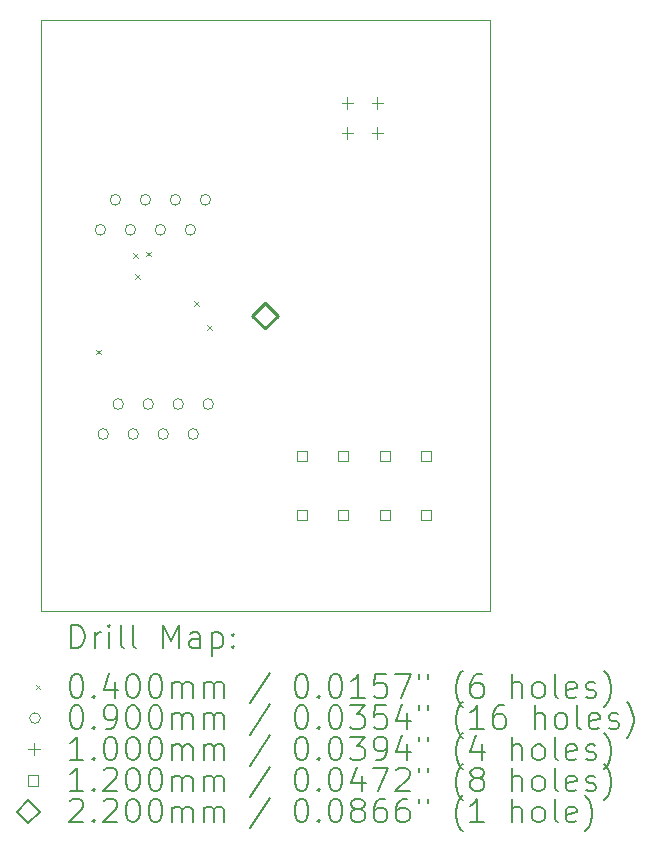
<source format=gbr>
%TF.GenerationSoftware,KiCad,Pcbnew,8.0.3*%
%TF.CreationDate,2024-12-07T23:26:44-06:00*%
%TF.ProjectId,CAN Over Ethernet,43414e20-4f76-4657-9220-45746865726e,rev?*%
%TF.SameCoordinates,Original*%
%TF.FileFunction,Drillmap*%
%TF.FilePolarity,Positive*%
%FSLAX45Y45*%
G04 Gerber Fmt 4.5, Leading zero omitted, Abs format (unit mm)*
G04 Created by KiCad (PCBNEW 8.0.3) date 2024-12-07 23:26:44*
%MOMM*%
%LPD*%
G01*
G04 APERTURE LIST*
%ADD10C,0.100000*%
%ADD11C,0.200000*%
%ADD12C,0.120000*%
%ADD13C,0.220000*%
G04 APERTURE END LIST*
D10*
X7680000Y-4250000D02*
X11480000Y-4250000D01*
X11480000Y-9250000D01*
X7680000Y-9250000D01*
X7680000Y-4250000D01*
D11*
D10*
X8150000Y-7040000D02*
X8190000Y-7080000D01*
X8190000Y-7040000D02*
X8150000Y-7080000D01*
X8461265Y-6220000D02*
X8501265Y-6260000D01*
X8501265Y-6220000D02*
X8461265Y-6260000D01*
X8480000Y-6397001D02*
X8520000Y-6437001D01*
X8520000Y-6397001D02*
X8480000Y-6437001D01*
X8570000Y-6210000D02*
X8610000Y-6250000D01*
X8610000Y-6210000D02*
X8570000Y-6250000D01*
X8980000Y-6630000D02*
X9020000Y-6670000D01*
X9020000Y-6630000D02*
X8980000Y-6670000D01*
X9090000Y-6830000D02*
X9130000Y-6870000D01*
X9130000Y-6830000D02*
X9090000Y-6870000D01*
X8228750Y-6024000D02*
G75*
G02*
X8138750Y-6024000I-45000J0D01*
G01*
X8138750Y-6024000D02*
G75*
G02*
X8228750Y-6024000I45000J0D01*
G01*
X8252250Y-7753750D02*
G75*
G02*
X8162250Y-7753750I-45000J0D01*
G01*
X8162250Y-7753750D02*
G75*
G02*
X8252250Y-7753750I45000J0D01*
G01*
X8355750Y-5770000D02*
G75*
G02*
X8265750Y-5770000I-45000J0D01*
G01*
X8265750Y-5770000D02*
G75*
G02*
X8355750Y-5770000I45000J0D01*
G01*
X8379250Y-7499750D02*
G75*
G02*
X8289250Y-7499750I-45000J0D01*
G01*
X8289250Y-7499750D02*
G75*
G02*
X8379250Y-7499750I45000J0D01*
G01*
X8482750Y-6024000D02*
G75*
G02*
X8392750Y-6024000I-45000J0D01*
G01*
X8392750Y-6024000D02*
G75*
G02*
X8482750Y-6024000I45000J0D01*
G01*
X8506250Y-7753750D02*
G75*
G02*
X8416250Y-7753750I-45000J0D01*
G01*
X8416250Y-7753750D02*
G75*
G02*
X8506250Y-7753750I45000J0D01*
G01*
X8609750Y-5770000D02*
G75*
G02*
X8519750Y-5770000I-45000J0D01*
G01*
X8519750Y-5770000D02*
G75*
G02*
X8609750Y-5770000I45000J0D01*
G01*
X8633250Y-7499750D02*
G75*
G02*
X8543250Y-7499750I-45000J0D01*
G01*
X8543250Y-7499750D02*
G75*
G02*
X8633250Y-7499750I45000J0D01*
G01*
X8736750Y-6024000D02*
G75*
G02*
X8646750Y-6024000I-45000J0D01*
G01*
X8646750Y-6024000D02*
G75*
G02*
X8736750Y-6024000I45000J0D01*
G01*
X8760250Y-7753750D02*
G75*
G02*
X8670250Y-7753750I-45000J0D01*
G01*
X8670250Y-7753750D02*
G75*
G02*
X8760250Y-7753750I45000J0D01*
G01*
X8863750Y-5770000D02*
G75*
G02*
X8773750Y-5770000I-45000J0D01*
G01*
X8773750Y-5770000D02*
G75*
G02*
X8863750Y-5770000I45000J0D01*
G01*
X8887250Y-7499750D02*
G75*
G02*
X8797250Y-7499750I-45000J0D01*
G01*
X8797250Y-7499750D02*
G75*
G02*
X8887250Y-7499750I45000J0D01*
G01*
X8990750Y-6024000D02*
G75*
G02*
X8900750Y-6024000I-45000J0D01*
G01*
X8900750Y-6024000D02*
G75*
G02*
X8990750Y-6024000I45000J0D01*
G01*
X9014250Y-7753750D02*
G75*
G02*
X8924250Y-7753750I-45000J0D01*
G01*
X8924250Y-7753750D02*
G75*
G02*
X9014250Y-7753750I45000J0D01*
G01*
X9117750Y-5770000D02*
G75*
G02*
X9027750Y-5770000I-45000J0D01*
G01*
X9027750Y-5770000D02*
G75*
G02*
X9117750Y-5770000I45000J0D01*
G01*
X9141250Y-7499750D02*
G75*
G02*
X9051250Y-7499750I-45000J0D01*
G01*
X9051250Y-7499750D02*
G75*
G02*
X9141250Y-7499750I45000J0D01*
G01*
X10276000Y-4900000D02*
X10276000Y-5000000D01*
X10226000Y-4950000D02*
X10326000Y-4950000D01*
X10276000Y-5154000D02*
X10276000Y-5254000D01*
X10226000Y-5204000D02*
X10326000Y-5204000D01*
X10530000Y-4900000D02*
X10530000Y-5000000D01*
X10480000Y-4950000D02*
X10580000Y-4950000D01*
X10530000Y-5154000D02*
X10530000Y-5254000D01*
X10480000Y-5204000D02*
X10580000Y-5204000D01*
D12*
X9932427Y-7984177D02*
X9932427Y-7899323D01*
X9847573Y-7899323D01*
X9847573Y-7984177D01*
X9932427Y-7984177D01*
X9932427Y-8484177D02*
X9932427Y-8399323D01*
X9847573Y-8399323D01*
X9847573Y-8484177D01*
X9932427Y-8484177D01*
X10282427Y-7984177D02*
X10282427Y-7899323D01*
X10197573Y-7899323D01*
X10197573Y-7984177D01*
X10282427Y-7984177D01*
X10282427Y-8484177D02*
X10282427Y-8399323D01*
X10197573Y-8399323D01*
X10197573Y-8484177D01*
X10282427Y-8484177D01*
X10632427Y-7984177D02*
X10632427Y-7899323D01*
X10547573Y-7899323D01*
X10547573Y-7984177D01*
X10632427Y-7984177D01*
X10632427Y-8484177D02*
X10632427Y-8399323D01*
X10547573Y-8399323D01*
X10547573Y-8484177D01*
X10632427Y-8484177D01*
X10982427Y-7984177D02*
X10982427Y-7899323D01*
X10897573Y-7899323D01*
X10897573Y-7984177D01*
X10982427Y-7984177D01*
X10982427Y-8484177D02*
X10982427Y-8399323D01*
X10897573Y-8399323D01*
X10897573Y-8484177D01*
X10982427Y-8484177D01*
D13*
X9580000Y-6860000D02*
X9690000Y-6750000D01*
X9580000Y-6640000D01*
X9470000Y-6750000D01*
X9580000Y-6860000D01*
D11*
X7935777Y-9566484D02*
X7935777Y-9366484D01*
X7935777Y-9366484D02*
X7983396Y-9366484D01*
X7983396Y-9366484D02*
X8011967Y-9376008D01*
X8011967Y-9376008D02*
X8031015Y-9395055D01*
X8031015Y-9395055D02*
X8040539Y-9414103D01*
X8040539Y-9414103D02*
X8050062Y-9452198D01*
X8050062Y-9452198D02*
X8050062Y-9480770D01*
X8050062Y-9480770D02*
X8040539Y-9518865D01*
X8040539Y-9518865D02*
X8031015Y-9537912D01*
X8031015Y-9537912D02*
X8011967Y-9556960D01*
X8011967Y-9556960D02*
X7983396Y-9566484D01*
X7983396Y-9566484D02*
X7935777Y-9566484D01*
X8135777Y-9566484D02*
X8135777Y-9433150D01*
X8135777Y-9471246D02*
X8145301Y-9452198D01*
X8145301Y-9452198D02*
X8154824Y-9442674D01*
X8154824Y-9442674D02*
X8173872Y-9433150D01*
X8173872Y-9433150D02*
X8192920Y-9433150D01*
X8259586Y-9566484D02*
X8259586Y-9433150D01*
X8259586Y-9366484D02*
X8250062Y-9376008D01*
X8250062Y-9376008D02*
X8259586Y-9385531D01*
X8259586Y-9385531D02*
X8269110Y-9376008D01*
X8269110Y-9376008D02*
X8259586Y-9366484D01*
X8259586Y-9366484D02*
X8259586Y-9385531D01*
X8383396Y-9566484D02*
X8364348Y-9556960D01*
X8364348Y-9556960D02*
X8354824Y-9537912D01*
X8354824Y-9537912D02*
X8354824Y-9366484D01*
X8488158Y-9566484D02*
X8469110Y-9556960D01*
X8469110Y-9556960D02*
X8459586Y-9537912D01*
X8459586Y-9537912D02*
X8459586Y-9366484D01*
X8716729Y-9566484D02*
X8716729Y-9366484D01*
X8716729Y-9366484D02*
X8783396Y-9509341D01*
X8783396Y-9509341D02*
X8850063Y-9366484D01*
X8850063Y-9366484D02*
X8850063Y-9566484D01*
X9031015Y-9566484D02*
X9031015Y-9461722D01*
X9031015Y-9461722D02*
X9021491Y-9442674D01*
X9021491Y-9442674D02*
X9002444Y-9433150D01*
X9002444Y-9433150D02*
X8964348Y-9433150D01*
X8964348Y-9433150D02*
X8945301Y-9442674D01*
X9031015Y-9556960D02*
X9011967Y-9566484D01*
X9011967Y-9566484D02*
X8964348Y-9566484D01*
X8964348Y-9566484D02*
X8945301Y-9556960D01*
X8945301Y-9556960D02*
X8935777Y-9537912D01*
X8935777Y-9537912D02*
X8935777Y-9518865D01*
X8935777Y-9518865D02*
X8945301Y-9499817D01*
X8945301Y-9499817D02*
X8964348Y-9490293D01*
X8964348Y-9490293D02*
X9011967Y-9490293D01*
X9011967Y-9490293D02*
X9031015Y-9480770D01*
X9126253Y-9433150D02*
X9126253Y-9633150D01*
X9126253Y-9442674D02*
X9145301Y-9433150D01*
X9145301Y-9433150D02*
X9183396Y-9433150D01*
X9183396Y-9433150D02*
X9202444Y-9442674D01*
X9202444Y-9442674D02*
X9211967Y-9452198D01*
X9211967Y-9452198D02*
X9221491Y-9471246D01*
X9221491Y-9471246D02*
X9221491Y-9528389D01*
X9221491Y-9528389D02*
X9211967Y-9547436D01*
X9211967Y-9547436D02*
X9202444Y-9556960D01*
X9202444Y-9556960D02*
X9183396Y-9566484D01*
X9183396Y-9566484D02*
X9145301Y-9566484D01*
X9145301Y-9566484D02*
X9126253Y-9556960D01*
X9307205Y-9547436D02*
X9316729Y-9556960D01*
X9316729Y-9556960D02*
X9307205Y-9566484D01*
X9307205Y-9566484D02*
X9297682Y-9556960D01*
X9297682Y-9556960D02*
X9307205Y-9547436D01*
X9307205Y-9547436D02*
X9307205Y-9566484D01*
X9307205Y-9442674D02*
X9316729Y-9452198D01*
X9316729Y-9452198D02*
X9307205Y-9461722D01*
X9307205Y-9461722D02*
X9297682Y-9452198D01*
X9297682Y-9452198D02*
X9307205Y-9442674D01*
X9307205Y-9442674D02*
X9307205Y-9461722D01*
D10*
X7635000Y-9875000D02*
X7675000Y-9915000D01*
X7675000Y-9875000D02*
X7635000Y-9915000D01*
D11*
X7973872Y-9786484D02*
X7992920Y-9786484D01*
X7992920Y-9786484D02*
X8011967Y-9796008D01*
X8011967Y-9796008D02*
X8021491Y-9805531D01*
X8021491Y-9805531D02*
X8031015Y-9824579D01*
X8031015Y-9824579D02*
X8040539Y-9862674D01*
X8040539Y-9862674D02*
X8040539Y-9910293D01*
X8040539Y-9910293D02*
X8031015Y-9948389D01*
X8031015Y-9948389D02*
X8021491Y-9967436D01*
X8021491Y-9967436D02*
X8011967Y-9976960D01*
X8011967Y-9976960D02*
X7992920Y-9986484D01*
X7992920Y-9986484D02*
X7973872Y-9986484D01*
X7973872Y-9986484D02*
X7954824Y-9976960D01*
X7954824Y-9976960D02*
X7945301Y-9967436D01*
X7945301Y-9967436D02*
X7935777Y-9948389D01*
X7935777Y-9948389D02*
X7926253Y-9910293D01*
X7926253Y-9910293D02*
X7926253Y-9862674D01*
X7926253Y-9862674D02*
X7935777Y-9824579D01*
X7935777Y-9824579D02*
X7945301Y-9805531D01*
X7945301Y-9805531D02*
X7954824Y-9796008D01*
X7954824Y-9796008D02*
X7973872Y-9786484D01*
X8126253Y-9967436D02*
X8135777Y-9976960D01*
X8135777Y-9976960D02*
X8126253Y-9986484D01*
X8126253Y-9986484D02*
X8116729Y-9976960D01*
X8116729Y-9976960D02*
X8126253Y-9967436D01*
X8126253Y-9967436D02*
X8126253Y-9986484D01*
X8307205Y-9853150D02*
X8307205Y-9986484D01*
X8259586Y-9776960D02*
X8211967Y-9919817D01*
X8211967Y-9919817D02*
X8335777Y-9919817D01*
X8450063Y-9786484D02*
X8469110Y-9786484D01*
X8469110Y-9786484D02*
X8488158Y-9796008D01*
X8488158Y-9796008D02*
X8497682Y-9805531D01*
X8497682Y-9805531D02*
X8507205Y-9824579D01*
X8507205Y-9824579D02*
X8516729Y-9862674D01*
X8516729Y-9862674D02*
X8516729Y-9910293D01*
X8516729Y-9910293D02*
X8507205Y-9948389D01*
X8507205Y-9948389D02*
X8497682Y-9967436D01*
X8497682Y-9967436D02*
X8488158Y-9976960D01*
X8488158Y-9976960D02*
X8469110Y-9986484D01*
X8469110Y-9986484D02*
X8450063Y-9986484D01*
X8450063Y-9986484D02*
X8431015Y-9976960D01*
X8431015Y-9976960D02*
X8421491Y-9967436D01*
X8421491Y-9967436D02*
X8411967Y-9948389D01*
X8411967Y-9948389D02*
X8402444Y-9910293D01*
X8402444Y-9910293D02*
X8402444Y-9862674D01*
X8402444Y-9862674D02*
X8411967Y-9824579D01*
X8411967Y-9824579D02*
X8421491Y-9805531D01*
X8421491Y-9805531D02*
X8431015Y-9796008D01*
X8431015Y-9796008D02*
X8450063Y-9786484D01*
X8640539Y-9786484D02*
X8659586Y-9786484D01*
X8659586Y-9786484D02*
X8678634Y-9796008D01*
X8678634Y-9796008D02*
X8688158Y-9805531D01*
X8688158Y-9805531D02*
X8697682Y-9824579D01*
X8697682Y-9824579D02*
X8707205Y-9862674D01*
X8707205Y-9862674D02*
X8707205Y-9910293D01*
X8707205Y-9910293D02*
X8697682Y-9948389D01*
X8697682Y-9948389D02*
X8688158Y-9967436D01*
X8688158Y-9967436D02*
X8678634Y-9976960D01*
X8678634Y-9976960D02*
X8659586Y-9986484D01*
X8659586Y-9986484D02*
X8640539Y-9986484D01*
X8640539Y-9986484D02*
X8621491Y-9976960D01*
X8621491Y-9976960D02*
X8611967Y-9967436D01*
X8611967Y-9967436D02*
X8602444Y-9948389D01*
X8602444Y-9948389D02*
X8592920Y-9910293D01*
X8592920Y-9910293D02*
X8592920Y-9862674D01*
X8592920Y-9862674D02*
X8602444Y-9824579D01*
X8602444Y-9824579D02*
X8611967Y-9805531D01*
X8611967Y-9805531D02*
X8621491Y-9796008D01*
X8621491Y-9796008D02*
X8640539Y-9786484D01*
X8792920Y-9986484D02*
X8792920Y-9853150D01*
X8792920Y-9872198D02*
X8802444Y-9862674D01*
X8802444Y-9862674D02*
X8821491Y-9853150D01*
X8821491Y-9853150D02*
X8850063Y-9853150D01*
X8850063Y-9853150D02*
X8869110Y-9862674D01*
X8869110Y-9862674D02*
X8878634Y-9881722D01*
X8878634Y-9881722D02*
X8878634Y-9986484D01*
X8878634Y-9881722D02*
X8888158Y-9862674D01*
X8888158Y-9862674D02*
X8907205Y-9853150D01*
X8907205Y-9853150D02*
X8935777Y-9853150D01*
X8935777Y-9853150D02*
X8954825Y-9862674D01*
X8954825Y-9862674D02*
X8964348Y-9881722D01*
X8964348Y-9881722D02*
X8964348Y-9986484D01*
X9059586Y-9986484D02*
X9059586Y-9853150D01*
X9059586Y-9872198D02*
X9069110Y-9862674D01*
X9069110Y-9862674D02*
X9088158Y-9853150D01*
X9088158Y-9853150D02*
X9116729Y-9853150D01*
X9116729Y-9853150D02*
X9135777Y-9862674D01*
X9135777Y-9862674D02*
X9145301Y-9881722D01*
X9145301Y-9881722D02*
X9145301Y-9986484D01*
X9145301Y-9881722D02*
X9154825Y-9862674D01*
X9154825Y-9862674D02*
X9173872Y-9853150D01*
X9173872Y-9853150D02*
X9202444Y-9853150D01*
X9202444Y-9853150D02*
X9221491Y-9862674D01*
X9221491Y-9862674D02*
X9231015Y-9881722D01*
X9231015Y-9881722D02*
X9231015Y-9986484D01*
X9621491Y-9776960D02*
X9450063Y-10034103D01*
X9878634Y-9786484D02*
X9897682Y-9786484D01*
X9897682Y-9786484D02*
X9916729Y-9796008D01*
X9916729Y-9796008D02*
X9926253Y-9805531D01*
X9926253Y-9805531D02*
X9935777Y-9824579D01*
X9935777Y-9824579D02*
X9945301Y-9862674D01*
X9945301Y-9862674D02*
X9945301Y-9910293D01*
X9945301Y-9910293D02*
X9935777Y-9948389D01*
X9935777Y-9948389D02*
X9926253Y-9967436D01*
X9926253Y-9967436D02*
X9916729Y-9976960D01*
X9916729Y-9976960D02*
X9897682Y-9986484D01*
X9897682Y-9986484D02*
X9878634Y-9986484D01*
X9878634Y-9986484D02*
X9859587Y-9976960D01*
X9859587Y-9976960D02*
X9850063Y-9967436D01*
X9850063Y-9967436D02*
X9840539Y-9948389D01*
X9840539Y-9948389D02*
X9831015Y-9910293D01*
X9831015Y-9910293D02*
X9831015Y-9862674D01*
X9831015Y-9862674D02*
X9840539Y-9824579D01*
X9840539Y-9824579D02*
X9850063Y-9805531D01*
X9850063Y-9805531D02*
X9859587Y-9796008D01*
X9859587Y-9796008D02*
X9878634Y-9786484D01*
X10031015Y-9967436D02*
X10040539Y-9976960D01*
X10040539Y-9976960D02*
X10031015Y-9986484D01*
X10031015Y-9986484D02*
X10021491Y-9976960D01*
X10021491Y-9976960D02*
X10031015Y-9967436D01*
X10031015Y-9967436D02*
X10031015Y-9986484D01*
X10164348Y-9786484D02*
X10183396Y-9786484D01*
X10183396Y-9786484D02*
X10202444Y-9796008D01*
X10202444Y-9796008D02*
X10211968Y-9805531D01*
X10211968Y-9805531D02*
X10221491Y-9824579D01*
X10221491Y-9824579D02*
X10231015Y-9862674D01*
X10231015Y-9862674D02*
X10231015Y-9910293D01*
X10231015Y-9910293D02*
X10221491Y-9948389D01*
X10221491Y-9948389D02*
X10211968Y-9967436D01*
X10211968Y-9967436D02*
X10202444Y-9976960D01*
X10202444Y-9976960D02*
X10183396Y-9986484D01*
X10183396Y-9986484D02*
X10164348Y-9986484D01*
X10164348Y-9986484D02*
X10145301Y-9976960D01*
X10145301Y-9976960D02*
X10135777Y-9967436D01*
X10135777Y-9967436D02*
X10126253Y-9948389D01*
X10126253Y-9948389D02*
X10116729Y-9910293D01*
X10116729Y-9910293D02*
X10116729Y-9862674D01*
X10116729Y-9862674D02*
X10126253Y-9824579D01*
X10126253Y-9824579D02*
X10135777Y-9805531D01*
X10135777Y-9805531D02*
X10145301Y-9796008D01*
X10145301Y-9796008D02*
X10164348Y-9786484D01*
X10421491Y-9986484D02*
X10307206Y-9986484D01*
X10364348Y-9986484D02*
X10364348Y-9786484D01*
X10364348Y-9786484D02*
X10345301Y-9815055D01*
X10345301Y-9815055D02*
X10326253Y-9834103D01*
X10326253Y-9834103D02*
X10307206Y-9843627D01*
X10602444Y-9786484D02*
X10507206Y-9786484D01*
X10507206Y-9786484D02*
X10497682Y-9881722D01*
X10497682Y-9881722D02*
X10507206Y-9872198D01*
X10507206Y-9872198D02*
X10526253Y-9862674D01*
X10526253Y-9862674D02*
X10573872Y-9862674D01*
X10573872Y-9862674D02*
X10592920Y-9872198D01*
X10592920Y-9872198D02*
X10602444Y-9881722D01*
X10602444Y-9881722D02*
X10611968Y-9900770D01*
X10611968Y-9900770D02*
X10611968Y-9948389D01*
X10611968Y-9948389D02*
X10602444Y-9967436D01*
X10602444Y-9967436D02*
X10592920Y-9976960D01*
X10592920Y-9976960D02*
X10573872Y-9986484D01*
X10573872Y-9986484D02*
X10526253Y-9986484D01*
X10526253Y-9986484D02*
X10507206Y-9976960D01*
X10507206Y-9976960D02*
X10497682Y-9967436D01*
X10678634Y-9786484D02*
X10811968Y-9786484D01*
X10811968Y-9786484D02*
X10726253Y-9986484D01*
X10878634Y-9786484D02*
X10878634Y-9824579D01*
X10954825Y-9786484D02*
X10954825Y-9824579D01*
X11250063Y-10062674D02*
X11240539Y-10053150D01*
X11240539Y-10053150D02*
X11221491Y-10024579D01*
X11221491Y-10024579D02*
X11211968Y-10005531D01*
X11211968Y-10005531D02*
X11202444Y-9976960D01*
X11202444Y-9976960D02*
X11192920Y-9929341D01*
X11192920Y-9929341D02*
X11192920Y-9891246D01*
X11192920Y-9891246D02*
X11202444Y-9843627D01*
X11202444Y-9843627D02*
X11211968Y-9815055D01*
X11211968Y-9815055D02*
X11221491Y-9796008D01*
X11221491Y-9796008D02*
X11240539Y-9767436D01*
X11240539Y-9767436D02*
X11250063Y-9757912D01*
X11411968Y-9786484D02*
X11373872Y-9786484D01*
X11373872Y-9786484D02*
X11354825Y-9796008D01*
X11354825Y-9796008D02*
X11345301Y-9805531D01*
X11345301Y-9805531D02*
X11326253Y-9834103D01*
X11326253Y-9834103D02*
X11316729Y-9872198D01*
X11316729Y-9872198D02*
X11316729Y-9948389D01*
X11316729Y-9948389D02*
X11326253Y-9967436D01*
X11326253Y-9967436D02*
X11335777Y-9976960D01*
X11335777Y-9976960D02*
X11354825Y-9986484D01*
X11354825Y-9986484D02*
X11392920Y-9986484D01*
X11392920Y-9986484D02*
X11411968Y-9976960D01*
X11411968Y-9976960D02*
X11421491Y-9967436D01*
X11421491Y-9967436D02*
X11431015Y-9948389D01*
X11431015Y-9948389D02*
X11431015Y-9900770D01*
X11431015Y-9900770D02*
X11421491Y-9881722D01*
X11421491Y-9881722D02*
X11411968Y-9872198D01*
X11411968Y-9872198D02*
X11392920Y-9862674D01*
X11392920Y-9862674D02*
X11354825Y-9862674D01*
X11354825Y-9862674D02*
X11335777Y-9872198D01*
X11335777Y-9872198D02*
X11326253Y-9881722D01*
X11326253Y-9881722D02*
X11316729Y-9900770D01*
X11669110Y-9986484D02*
X11669110Y-9786484D01*
X11754825Y-9986484D02*
X11754825Y-9881722D01*
X11754825Y-9881722D02*
X11745301Y-9862674D01*
X11745301Y-9862674D02*
X11726253Y-9853150D01*
X11726253Y-9853150D02*
X11697682Y-9853150D01*
X11697682Y-9853150D02*
X11678634Y-9862674D01*
X11678634Y-9862674D02*
X11669110Y-9872198D01*
X11878634Y-9986484D02*
X11859587Y-9976960D01*
X11859587Y-9976960D02*
X11850063Y-9967436D01*
X11850063Y-9967436D02*
X11840539Y-9948389D01*
X11840539Y-9948389D02*
X11840539Y-9891246D01*
X11840539Y-9891246D02*
X11850063Y-9872198D01*
X11850063Y-9872198D02*
X11859587Y-9862674D01*
X11859587Y-9862674D02*
X11878634Y-9853150D01*
X11878634Y-9853150D02*
X11907206Y-9853150D01*
X11907206Y-9853150D02*
X11926253Y-9862674D01*
X11926253Y-9862674D02*
X11935777Y-9872198D01*
X11935777Y-9872198D02*
X11945301Y-9891246D01*
X11945301Y-9891246D02*
X11945301Y-9948389D01*
X11945301Y-9948389D02*
X11935777Y-9967436D01*
X11935777Y-9967436D02*
X11926253Y-9976960D01*
X11926253Y-9976960D02*
X11907206Y-9986484D01*
X11907206Y-9986484D02*
X11878634Y-9986484D01*
X12059587Y-9986484D02*
X12040539Y-9976960D01*
X12040539Y-9976960D02*
X12031015Y-9957912D01*
X12031015Y-9957912D02*
X12031015Y-9786484D01*
X12211968Y-9976960D02*
X12192920Y-9986484D01*
X12192920Y-9986484D02*
X12154825Y-9986484D01*
X12154825Y-9986484D02*
X12135777Y-9976960D01*
X12135777Y-9976960D02*
X12126253Y-9957912D01*
X12126253Y-9957912D02*
X12126253Y-9881722D01*
X12126253Y-9881722D02*
X12135777Y-9862674D01*
X12135777Y-9862674D02*
X12154825Y-9853150D01*
X12154825Y-9853150D02*
X12192920Y-9853150D01*
X12192920Y-9853150D02*
X12211968Y-9862674D01*
X12211968Y-9862674D02*
X12221491Y-9881722D01*
X12221491Y-9881722D02*
X12221491Y-9900770D01*
X12221491Y-9900770D02*
X12126253Y-9919817D01*
X12297682Y-9976960D02*
X12316730Y-9986484D01*
X12316730Y-9986484D02*
X12354825Y-9986484D01*
X12354825Y-9986484D02*
X12373872Y-9976960D01*
X12373872Y-9976960D02*
X12383396Y-9957912D01*
X12383396Y-9957912D02*
X12383396Y-9948389D01*
X12383396Y-9948389D02*
X12373872Y-9929341D01*
X12373872Y-9929341D02*
X12354825Y-9919817D01*
X12354825Y-9919817D02*
X12326253Y-9919817D01*
X12326253Y-9919817D02*
X12307206Y-9910293D01*
X12307206Y-9910293D02*
X12297682Y-9891246D01*
X12297682Y-9891246D02*
X12297682Y-9881722D01*
X12297682Y-9881722D02*
X12307206Y-9862674D01*
X12307206Y-9862674D02*
X12326253Y-9853150D01*
X12326253Y-9853150D02*
X12354825Y-9853150D01*
X12354825Y-9853150D02*
X12373872Y-9862674D01*
X12450063Y-10062674D02*
X12459587Y-10053150D01*
X12459587Y-10053150D02*
X12478634Y-10024579D01*
X12478634Y-10024579D02*
X12488158Y-10005531D01*
X12488158Y-10005531D02*
X12497682Y-9976960D01*
X12497682Y-9976960D02*
X12507206Y-9929341D01*
X12507206Y-9929341D02*
X12507206Y-9891246D01*
X12507206Y-9891246D02*
X12497682Y-9843627D01*
X12497682Y-9843627D02*
X12488158Y-9815055D01*
X12488158Y-9815055D02*
X12478634Y-9796008D01*
X12478634Y-9796008D02*
X12459587Y-9767436D01*
X12459587Y-9767436D02*
X12450063Y-9757912D01*
D10*
X7675000Y-10159000D02*
G75*
G02*
X7585000Y-10159000I-45000J0D01*
G01*
X7585000Y-10159000D02*
G75*
G02*
X7675000Y-10159000I45000J0D01*
G01*
D11*
X7973872Y-10050484D02*
X7992920Y-10050484D01*
X7992920Y-10050484D02*
X8011967Y-10060008D01*
X8011967Y-10060008D02*
X8021491Y-10069531D01*
X8021491Y-10069531D02*
X8031015Y-10088579D01*
X8031015Y-10088579D02*
X8040539Y-10126674D01*
X8040539Y-10126674D02*
X8040539Y-10174293D01*
X8040539Y-10174293D02*
X8031015Y-10212389D01*
X8031015Y-10212389D02*
X8021491Y-10231436D01*
X8021491Y-10231436D02*
X8011967Y-10240960D01*
X8011967Y-10240960D02*
X7992920Y-10250484D01*
X7992920Y-10250484D02*
X7973872Y-10250484D01*
X7973872Y-10250484D02*
X7954824Y-10240960D01*
X7954824Y-10240960D02*
X7945301Y-10231436D01*
X7945301Y-10231436D02*
X7935777Y-10212389D01*
X7935777Y-10212389D02*
X7926253Y-10174293D01*
X7926253Y-10174293D02*
X7926253Y-10126674D01*
X7926253Y-10126674D02*
X7935777Y-10088579D01*
X7935777Y-10088579D02*
X7945301Y-10069531D01*
X7945301Y-10069531D02*
X7954824Y-10060008D01*
X7954824Y-10060008D02*
X7973872Y-10050484D01*
X8126253Y-10231436D02*
X8135777Y-10240960D01*
X8135777Y-10240960D02*
X8126253Y-10250484D01*
X8126253Y-10250484D02*
X8116729Y-10240960D01*
X8116729Y-10240960D02*
X8126253Y-10231436D01*
X8126253Y-10231436D02*
X8126253Y-10250484D01*
X8231015Y-10250484D02*
X8269110Y-10250484D01*
X8269110Y-10250484D02*
X8288158Y-10240960D01*
X8288158Y-10240960D02*
X8297682Y-10231436D01*
X8297682Y-10231436D02*
X8316729Y-10202865D01*
X8316729Y-10202865D02*
X8326253Y-10164770D01*
X8326253Y-10164770D02*
X8326253Y-10088579D01*
X8326253Y-10088579D02*
X8316729Y-10069531D01*
X8316729Y-10069531D02*
X8307205Y-10060008D01*
X8307205Y-10060008D02*
X8288158Y-10050484D01*
X8288158Y-10050484D02*
X8250062Y-10050484D01*
X8250062Y-10050484D02*
X8231015Y-10060008D01*
X8231015Y-10060008D02*
X8221491Y-10069531D01*
X8221491Y-10069531D02*
X8211967Y-10088579D01*
X8211967Y-10088579D02*
X8211967Y-10136198D01*
X8211967Y-10136198D02*
X8221491Y-10155246D01*
X8221491Y-10155246D02*
X8231015Y-10164770D01*
X8231015Y-10164770D02*
X8250062Y-10174293D01*
X8250062Y-10174293D02*
X8288158Y-10174293D01*
X8288158Y-10174293D02*
X8307205Y-10164770D01*
X8307205Y-10164770D02*
X8316729Y-10155246D01*
X8316729Y-10155246D02*
X8326253Y-10136198D01*
X8450063Y-10050484D02*
X8469110Y-10050484D01*
X8469110Y-10050484D02*
X8488158Y-10060008D01*
X8488158Y-10060008D02*
X8497682Y-10069531D01*
X8497682Y-10069531D02*
X8507205Y-10088579D01*
X8507205Y-10088579D02*
X8516729Y-10126674D01*
X8516729Y-10126674D02*
X8516729Y-10174293D01*
X8516729Y-10174293D02*
X8507205Y-10212389D01*
X8507205Y-10212389D02*
X8497682Y-10231436D01*
X8497682Y-10231436D02*
X8488158Y-10240960D01*
X8488158Y-10240960D02*
X8469110Y-10250484D01*
X8469110Y-10250484D02*
X8450063Y-10250484D01*
X8450063Y-10250484D02*
X8431015Y-10240960D01*
X8431015Y-10240960D02*
X8421491Y-10231436D01*
X8421491Y-10231436D02*
X8411967Y-10212389D01*
X8411967Y-10212389D02*
X8402444Y-10174293D01*
X8402444Y-10174293D02*
X8402444Y-10126674D01*
X8402444Y-10126674D02*
X8411967Y-10088579D01*
X8411967Y-10088579D02*
X8421491Y-10069531D01*
X8421491Y-10069531D02*
X8431015Y-10060008D01*
X8431015Y-10060008D02*
X8450063Y-10050484D01*
X8640539Y-10050484D02*
X8659586Y-10050484D01*
X8659586Y-10050484D02*
X8678634Y-10060008D01*
X8678634Y-10060008D02*
X8688158Y-10069531D01*
X8688158Y-10069531D02*
X8697682Y-10088579D01*
X8697682Y-10088579D02*
X8707205Y-10126674D01*
X8707205Y-10126674D02*
X8707205Y-10174293D01*
X8707205Y-10174293D02*
X8697682Y-10212389D01*
X8697682Y-10212389D02*
X8688158Y-10231436D01*
X8688158Y-10231436D02*
X8678634Y-10240960D01*
X8678634Y-10240960D02*
X8659586Y-10250484D01*
X8659586Y-10250484D02*
X8640539Y-10250484D01*
X8640539Y-10250484D02*
X8621491Y-10240960D01*
X8621491Y-10240960D02*
X8611967Y-10231436D01*
X8611967Y-10231436D02*
X8602444Y-10212389D01*
X8602444Y-10212389D02*
X8592920Y-10174293D01*
X8592920Y-10174293D02*
X8592920Y-10126674D01*
X8592920Y-10126674D02*
X8602444Y-10088579D01*
X8602444Y-10088579D02*
X8611967Y-10069531D01*
X8611967Y-10069531D02*
X8621491Y-10060008D01*
X8621491Y-10060008D02*
X8640539Y-10050484D01*
X8792920Y-10250484D02*
X8792920Y-10117150D01*
X8792920Y-10136198D02*
X8802444Y-10126674D01*
X8802444Y-10126674D02*
X8821491Y-10117150D01*
X8821491Y-10117150D02*
X8850063Y-10117150D01*
X8850063Y-10117150D02*
X8869110Y-10126674D01*
X8869110Y-10126674D02*
X8878634Y-10145722D01*
X8878634Y-10145722D02*
X8878634Y-10250484D01*
X8878634Y-10145722D02*
X8888158Y-10126674D01*
X8888158Y-10126674D02*
X8907205Y-10117150D01*
X8907205Y-10117150D02*
X8935777Y-10117150D01*
X8935777Y-10117150D02*
X8954825Y-10126674D01*
X8954825Y-10126674D02*
X8964348Y-10145722D01*
X8964348Y-10145722D02*
X8964348Y-10250484D01*
X9059586Y-10250484D02*
X9059586Y-10117150D01*
X9059586Y-10136198D02*
X9069110Y-10126674D01*
X9069110Y-10126674D02*
X9088158Y-10117150D01*
X9088158Y-10117150D02*
X9116729Y-10117150D01*
X9116729Y-10117150D02*
X9135777Y-10126674D01*
X9135777Y-10126674D02*
X9145301Y-10145722D01*
X9145301Y-10145722D02*
X9145301Y-10250484D01*
X9145301Y-10145722D02*
X9154825Y-10126674D01*
X9154825Y-10126674D02*
X9173872Y-10117150D01*
X9173872Y-10117150D02*
X9202444Y-10117150D01*
X9202444Y-10117150D02*
X9221491Y-10126674D01*
X9221491Y-10126674D02*
X9231015Y-10145722D01*
X9231015Y-10145722D02*
X9231015Y-10250484D01*
X9621491Y-10040960D02*
X9450063Y-10298103D01*
X9878634Y-10050484D02*
X9897682Y-10050484D01*
X9897682Y-10050484D02*
X9916729Y-10060008D01*
X9916729Y-10060008D02*
X9926253Y-10069531D01*
X9926253Y-10069531D02*
X9935777Y-10088579D01*
X9935777Y-10088579D02*
X9945301Y-10126674D01*
X9945301Y-10126674D02*
X9945301Y-10174293D01*
X9945301Y-10174293D02*
X9935777Y-10212389D01*
X9935777Y-10212389D02*
X9926253Y-10231436D01*
X9926253Y-10231436D02*
X9916729Y-10240960D01*
X9916729Y-10240960D02*
X9897682Y-10250484D01*
X9897682Y-10250484D02*
X9878634Y-10250484D01*
X9878634Y-10250484D02*
X9859587Y-10240960D01*
X9859587Y-10240960D02*
X9850063Y-10231436D01*
X9850063Y-10231436D02*
X9840539Y-10212389D01*
X9840539Y-10212389D02*
X9831015Y-10174293D01*
X9831015Y-10174293D02*
X9831015Y-10126674D01*
X9831015Y-10126674D02*
X9840539Y-10088579D01*
X9840539Y-10088579D02*
X9850063Y-10069531D01*
X9850063Y-10069531D02*
X9859587Y-10060008D01*
X9859587Y-10060008D02*
X9878634Y-10050484D01*
X10031015Y-10231436D02*
X10040539Y-10240960D01*
X10040539Y-10240960D02*
X10031015Y-10250484D01*
X10031015Y-10250484D02*
X10021491Y-10240960D01*
X10021491Y-10240960D02*
X10031015Y-10231436D01*
X10031015Y-10231436D02*
X10031015Y-10250484D01*
X10164348Y-10050484D02*
X10183396Y-10050484D01*
X10183396Y-10050484D02*
X10202444Y-10060008D01*
X10202444Y-10060008D02*
X10211968Y-10069531D01*
X10211968Y-10069531D02*
X10221491Y-10088579D01*
X10221491Y-10088579D02*
X10231015Y-10126674D01*
X10231015Y-10126674D02*
X10231015Y-10174293D01*
X10231015Y-10174293D02*
X10221491Y-10212389D01*
X10221491Y-10212389D02*
X10211968Y-10231436D01*
X10211968Y-10231436D02*
X10202444Y-10240960D01*
X10202444Y-10240960D02*
X10183396Y-10250484D01*
X10183396Y-10250484D02*
X10164348Y-10250484D01*
X10164348Y-10250484D02*
X10145301Y-10240960D01*
X10145301Y-10240960D02*
X10135777Y-10231436D01*
X10135777Y-10231436D02*
X10126253Y-10212389D01*
X10126253Y-10212389D02*
X10116729Y-10174293D01*
X10116729Y-10174293D02*
X10116729Y-10126674D01*
X10116729Y-10126674D02*
X10126253Y-10088579D01*
X10126253Y-10088579D02*
X10135777Y-10069531D01*
X10135777Y-10069531D02*
X10145301Y-10060008D01*
X10145301Y-10060008D02*
X10164348Y-10050484D01*
X10297682Y-10050484D02*
X10421491Y-10050484D01*
X10421491Y-10050484D02*
X10354825Y-10126674D01*
X10354825Y-10126674D02*
X10383396Y-10126674D01*
X10383396Y-10126674D02*
X10402444Y-10136198D01*
X10402444Y-10136198D02*
X10411968Y-10145722D01*
X10411968Y-10145722D02*
X10421491Y-10164770D01*
X10421491Y-10164770D02*
X10421491Y-10212389D01*
X10421491Y-10212389D02*
X10411968Y-10231436D01*
X10411968Y-10231436D02*
X10402444Y-10240960D01*
X10402444Y-10240960D02*
X10383396Y-10250484D01*
X10383396Y-10250484D02*
X10326253Y-10250484D01*
X10326253Y-10250484D02*
X10307206Y-10240960D01*
X10307206Y-10240960D02*
X10297682Y-10231436D01*
X10602444Y-10050484D02*
X10507206Y-10050484D01*
X10507206Y-10050484D02*
X10497682Y-10145722D01*
X10497682Y-10145722D02*
X10507206Y-10136198D01*
X10507206Y-10136198D02*
X10526253Y-10126674D01*
X10526253Y-10126674D02*
X10573872Y-10126674D01*
X10573872Y-10126674D02*
X10592920Y-10136198D01*
X10592920Y-10136198D02*
X10602444Y-10145722D01*
X10602444Y-10145722D02*
X10611968Y-10164770D01*
X10611968Y-10164770D02*
X10611968Y-10212389D01*
X10611968Y-10212389D02*
X10602444Y-10231436D01*
X10602444Y-10231436D02*
X10592920Y-10240960D01*
X10592920Y-10240960D02*
X10573872Y-10250484D01*
X10573872Y-10250484D02*
X10526253Y-10250484D01*
X10526253Y-10250484D02*
X10507206Y-10240960D01*
X10507206Y-10240960D02*
X10497682Y-10231436D01*
X10783396Y-10117150D02*
X10783396Y-10250484D01*
X10735777Y-10040960D02*
X10688158Y-10183817D01*
X10688158Y-10183817D02*
X10811968Y-10183817D01*
X10878634Y-10050484D02*
X10878634Y-10088579D01*
X10954825Y-10050484D02*
X10954825Y-10088579D01*
X11250063Y-10326674D02*
X11240539Y-10317150D01*
X11240539Y-10317150D02*
X11221491Y-10288579D01*
X11221491Y-10288579D02*
X11211968Y-10269531D01*
X11211968Y-10269531D02*
X11202444Y-10240960D01*
X11202444Y-10240960D02*
X11192920Y-10193341D01*
X11192920Y-10193341D02*
X11192920Y-10155246D01*
X11192920Y-10155246D02*
X11202444Y-10107627D01*
X11202444Y-10107627D02*
X11211968Y-10079055D01*
X11211968Y-10079055D02*
X11221491Y-10060008D01*
X11221491Y-10060008D02*
X11240539Y-10031436D01*
X11240539Y-10031436D02*
X11250063Y-10021912D01*
X11431015Y-10250484D02*
X11316729Y-10250484D01*
X11373872Y-10250484D02*
X11373872Y-10050484D01*
X11373872Y-10050484D02*
X11354825Y-10079055D01*
X11354825Y-10079055D02*
X11335777Y-10098103D01*
X11335777Y-10098103D02*
X11316729Y-10107627D01*
X11602444Y-10050484D02*
X11564348Y-10050484D01*
X11564348Y-10050484D02*
X11545301Y-10060008D01*
X11545301Y-10060008D02*
X11535777Y-10069531D01*
X11535777Y-10069531D02*
X11516729Y-10098103D01*
X11516729Y-10098103D02*
X11507206Y-10136198D01*
X11507206Y-10136198D02*
X11507206Y-10212389D01*
X11507206Y-10212389D02*
X11516729Y-10231436D01*
X11516729Y-10231436D02*
X11526253Y-10240960D01*
X11526253Y-10240960D02*
X11545301Y-10250484D01*
X11545301Y-10250484D02*
X11583396Y-10250484D01*
X11583396Y-10250484D02*
X11602444Y-10240960D01*
X11602444Y-10240960D02*
X11611968Y-10231436D01*
X11611968Y-10231436D02*
X11621491Y-10212389D01*
X11621491Y-10212389D02*
X11621491Y-10164770D01*
X11621491Y-10164770D02*
X11611968Y-10145722D01*
X11611968Y-10145722D02*
X11602444Y-10136198D01*
X11602444Y-10136198D02*
X11583396Y-10126674D01*
X11583396Y-10126674D02*
X11545301Y-10126674D01*
X11545301Y-10126674D02*
X11526253Y-10136198D01*
X11526253Y-10136198D02*
X11516729Y-10145722D01*
X11516729Y-10145722D02*
X11507206Y-10164770D01*
X11859587Y-10250484D02*
X11859587Y-10050484D01*
X11945301Y-10250484D02*
X11945301Y-10145722D01*
X11945301Y-10145722D02*
X11935777Y-10126674D01*
X11935777Y-10126674D02*
X11916730Y-10117150D01*
X11916730Y-10117150D02*
X11888158Y-10117150D01*
X11888158Y-10117150D02*
X11869110Y-10126674D01*
X11869110Y-10126674D02*
X11859587Y-10136198D01*
X12069110Y-10250484D02*
X12050063Y-10240960D01*
X12050063Y-10240960D02*
X12040539Y-10231436D01*
X12040539Y-10231436D02*
X12031015Y-10212389D01*
X12031015Y-10212389D02*
X12031015Y-10155246D01*
X12031015Y-10155246D02*
X12040539Y-10136198D01*
X12040539Y-10136198D02*
X12050063Y-10126674D01*
X12050063Y-10126674D02*
X12069110Y-10117150D01*
X12069110Y-10117150D02*
X12097682Y-10117150D01*
X12097682Y-10117150D02*
X12116730Y-10126674D01*
X12116730Y-10126674D02*
X12126253Y-10136198D01*
X12126253Y-10136198D02*
X12135777Y-10155246D01*
X12135777Y-10155246D02*
X12135777Y-10212389D01*
X12135777Y-10212389D02*
X12126253Y-10231436D01*
X12126253Y-10231436D02*
X12116730Y-10240960D01*
X12116730Y-10240960D02*
X12097682Y-10250484D01*
X12097682Y-10250484D02*
X12069110Y-10250484D01*
X12250063Y-10250484D02*
X12231015Y-10240960D01*
X12231015Y-10240960D02*
X12221491Y-10221912D01*
X12221491Y-10221912D02*
X12221491Y-10050484D01*
X12402444Y-10240960D02*
X12383396Y-10250484D01*
X12383396Y-10250484D02*
X12345301Y-10250484D01*
X12345301Y-10250484D02*
X12326253Y-10240960D01*
X12326253Y-10240960D02*
X12316730Y-10221912D01*
X12316730Y-10221912D02*
X12316730Y-10145722D01*
X12316730Y-10145722D02*
X12326253Y-10126674D01*
X12326253Y-10126674D02*
X12345301Y-10117150D01*
X12345301Y-10117150D02*
X12383396Y-10117150D01*
X12383396Y-10117150D02*
X12402444Y-10126674D01*
X12402444Y-10126674D02*
X12411968Y-10145722D01*
X12411968Y-10145722D02*
X12411968Y-10164770D01*
X12411968Y-10164770D02*
X12316730Y-10183817D01*
X12488158Y-10240960D02*
X12507206Y-10250484D01*
X12507206Y-10250484D02*
X12545301Y-10250484D01*
X12545301Y-10250484D02*
X12564349Y-10240960D01*
X12564349Y-10240960D02*
X12573872Y-10221912D01*
X12573872Y-10221912D02*
X12573872Y-10212389D01*
X12573872Y-10212389D02*
X12564349Y-10193341D01*
X12564349Y-10193341D02*
X12545301Y-10183817D01*
X12545301Y-10183817D02*
X12516730Y-10183817D01*
X12516730Y-10183817D02*
X12497682Y-10174293D01*
X12497682Y-10174293D02*
X12488158Y-10155246D01*
X12488158Y-10155246D02*
X12488158Y-10145722D01*
X12488158Y-10145722D02*
X12497682Y-10126674D01*
X12497682Y-10126674D02*
X12516730Y-10117150D01*
X12516730Y-10117150D02*
X12545301Y-10117150D01*
X12545301Y-10117150D02*
X12564349Y-10126674D01*
X12640539Y-10326674D02*
X12650063Y-10317150D01*
X12650063Y-10317150D02*
X12669111Y-10288579D01*
X12669111Y-10288579D02*
X12678634Y-10269531D01*
X12678634Y-10269531D02*
X12688158Y-10240960D01*
X12688158Y-10240960D02*
X12697682Y-10193341D01*
X12697682Y-10193341D02*
X12697682Y-10155246D01*
X12697682Y-10155246D02*
X12688158Y-10107627D01*
X12688158Y-10107627D02*
X12678634Y-10079055D01*
X12678634Y-10079055D02*
X12669111Y-10060008D01*
X12669111Y-10060008D02*
X12650063Y-10031436D01*
X12650063Y-10031436D02*
X12640539Y-10021912D01*
D10*
X7625000Y-10373000D02*
X7625000Y-10473000D01*
X7575000Y-10423000D02*
X7675000Y-10423000D01*
D11*
X8040539Y-10514484D02*
X7926253Y-10514484D01*
X7983396Y-10514484D02*
X7983396Y-10314484D01*
X7983396Y-10314484D02*
X7964348Y-10343055D01*
X7964348Y-10343055D02*
X7945301Y-10362103D01*
X7945301Y-10362103D02*
X7926253Y-10371627D01*
X8126253Y-10495436D02*
X8135777Y-10504960D01*
X8135777Y-10504960D02*
X8126253Y-10514484D01*
X8126253Y-10514484D02*
X8116729Y-10504960D01*
X8116729Y-10504960D02*
X8126253Y-10495436D01*
X8126253Y-10495436D02*
X8126253Y-10514484D01*
X8259586Y-10314484D02*
X8278634Y-10314484D01*
X8278634Y-10314484D02*
X8297682Y-10324008D01*
X8297682Y-10324008D02*
X8307205Y-10333531D01*
X8307205Y-10333531D02*
X8316729Y-10352579D01*
X8316729Y-10352579D02*
X8326253Y-10390674D01*
X8326253Y-10390674D02*
X8326253Y-10438293D01*
X8326253Y-10438293D02*
X8316729Y-10476389D01*
X8316729Y-10476389D02*
X8307205Y-10495436D01*
X8307205Y-10495436D02*
X8297682Y-10504960D01*
X8297682Y-10504960D02*
X8278634Y-10514484D01*
X8278634Y-10514484D02*
X8259586Y-10514484D01*
X8259586Y-10514484D02*
X8240539Y-10504960D01*
X8240539Y-10504960D02*
X8231015Y-10495436D01*
X8231015Y-10495436D02*
X8221491Y-10476389D01*
X8221491Y-10476389D02*
X8211967Y-10438293D01*
X8211967Y-10438293D02*
X8211967Y-10390674D01*
X8211967Y-10390674D02*
X8221491Y-10352579D01*
X8221491Y-10352579D02*
X8231015Y-10333531D01*
X8231015Y-10333531D02*
X8240539Y-10324008D01*
X8240539Y-10324008D02*
X8259586Y-10314484D01*
X8450063Y-10314484D02*
X8469110Y-10314484D01*
X8469110Y-10314484D02*
X8488158Y-10324008D01*
X8488158Y-10324008D02*
X8497682Y-10333531D01*
X8497682Y-10333531D02*
X8507205Y-10352579D01*
X8507205Y-10352579D02*
X8516729Y-10390674D01*
X8516729Y-10390674D02*
X8516729Y-10438293D01*
X8516729Y-10438293D02*
X8507205Y-10476389D01*
X8507205Y-10476389D02*
X8497682Y-10495436D01*
X8497682Y-10495436D02*
X8488158Y-10504960D01*
X8488158Y-10504960D02*
X8469110Y-10514484D01*
X8469110Y-10514484D02*
X8450063Y-10514484D01*
X8450063Y-10514484D02*
X8431015Y-10504960D01*
X8431015Y-10504960D02*
X8421491Y-10495436D01*
X8421491Y-10495436D02*
X8411967Y-10476389D01*
X8411967Y-10476389D02*
X8402444Y-10438293D01*
X8402444Y-10438293D02*
X8402444Y-10390674D01*
X8402444Y-10390674D02*
X8411967Y-10352579D01*
X8411967Y-10352579D02*
X8421491Y-10333531D01*
X8421491Y-10333531D02*
X8431015Y-10324008D01*
X8431015Y-10324008D02*
X8450063Y-10314484D01*
X8640539Y-10314484D02*
X8659586Y-10314484D01*
X8659586Y-10314484D02*
X8678634Y-10324008D01*
X8678634Y-10324008D02*
X8688158Y-10333531D01*
X8688158Y-10333531D02*
X8697682Y-10352579D01*
X8697682Y-10352579D02*
X8707205Y-10390674D01*
X8707205Y-10390674D02*
X8707205Y-10438293D01*
X8707205Y-10438293D02*
X8697682Y-10476389D01*
X8697682Y-10476389D02*
X8688158Y-10495436D01*
X8688158Y-10495436D02*
X8678634Y-10504960D01*
X8678634Y-10504960D02*
X8659586Y-10514484D01*
X8659586Y-10514484D02*
X8640539Y-10514484D01*
X8640539Y-10514484D02*
X8621491Y-10504960D01*
X8621491Y-10504960D02*
X8611967Y-10495436D01*
X8611967Y-10495436D02*
X8602444Y-10476389D01*
X8602444Y-10476389D02*
X8592920Y-10438293D01*
X8592920Y-10438293D02*
X8592920Y-10390674D01*
X8592920Y-10390674D02*
X8602444Y-10352579D01*
X8602444Y-10352579D02*
X8611967Y-10333531D01*
X8611967Y-10333531D02*
X8621491Y-10324008D01*
X8621491Y-10324008D02*
X8640539Y-10314484D01*
X8792920Y-10514484D02*
X8792920Y-10381150D01*
X8792920Y-10400198D02*
X8802444Y-10390674D01*
X8802444Y-10390674D02*
X8821491Y-10381150D01*
X8821491Y-10381150D02*
X8850063Y-10381150D01*
X8850063Y-10381150D02*
X8869110Y-10390674D01*
X8869110Y-10390674D02*
X8878634Y-10409722D01*
X8878634Y-10409722D02*
X8878634Y-10514484D01*
X8878634Y-10409722D02*
X8888158Y-10390674D01*
X8888158Y-10390674D02*
X8907205Y-10381150D01*
X8907205Y-10381150D02*
X8935777Y-10381150D01*
X8935777Y-10381150D02*
X8954825Y-10390674D01*
X8954825Y-10390674D02*
X8964348Y-10409722D01*
X8964348Y-10409722D02*
X8964348Y-10514484D01*
X9059586Y-10514484D02*
X9059586Y-10381150D01*
X9059586Y-10400198D02*
X9069110Y-10390674D01*
X9069110Y-10390674D02*
X9088158Y-10381150D01*
X9088158Y-10381150D02*
X9116729Y-10381150D01*
X9116729Y-10381150D02*
X9135777Y-10390674D01*
X9135777Y-10390674D02*
X9145301Y-10409722D01*
X9145301Y-10409722D02*
X9145301Y-10514484D01*
X9145301Y-10409722D02*
X9154825Y-10390674D01*
X9154825Y-10390674D02*
X9173872Y-10381150D01*
X9173872Y-10381150D02*
X9202444Y-10381150D01*
X9202444Y-10381150D02*
X9221491Y-10390674D01*
X9221491Y-10390674D02*
X9231015Y-10409722D01*
X9231015Y-10409722D02*
X9231015Y-10514484D01*
X9621491Y-10304960D02*
X9450063Y-10562103D01*
X9878634Y-10314484D02*
X9897682Y-10314484D01*
X9897682Y-10314484D02*
X9916729Y-10324008D01*
X9916729Y-10324008D02*
X9926253Y-10333531D01*
X9926253Y-10333531D02*
X9935777Y-10352579D01*
X9935777Y-10352579D02*
X9945301Y-10390674D01*
X9945301Y-10390674D02*
X9945301Y-10438293D01*
X9945301Y-10438293D02*
X9935777Y-10476389D01*
X9935777Y-10476389D02*
X9926253Y-10495436D01*
X9926253Y-10495436D02*
X9916729Y-10504960D01*
X9916729Y-10504960D02*
X9897682Y-10514484D01*
X9897682Y-10514484D02*
X9878634Y-10514484D01*
X9878634Y-10514484D02*
X9859587Y-10504960D01*
X9859587Y-10504960D02*
X9850063Y-10495436D01*
X9850063Y-10495436D02*
X9840539Y-10476389D01*
X9840539Y-10476389D02*
X9831015Y-10438293D01*
X9831015Y-10438293D02*
X9831015Y-10390674D01*
X9831015Y-10390674D02*
X9840539Y-10352579D01*
X9840539Y-10352579D02*
X9850063Y-10333531D01*
X9850063Y-10333531D02*
X9859587Y-10324008D01*
X9859587Y-10324008D02*
X9878634Y-10314484D01*
X10031015Y-10495436D02*
X10040539Y-10504960D01*
X10040539Y-10504960D02*
X10031015Y-10514484D01*
X10031015Y-10514484D02*
X10021491Y-10504960D01*
X10021491Y-10504960D02*
X10031015Y-10495436D01*
X10031015Y-10495436D02*
X10031015Y-10514484D01*
X10164348Y-10314484D02*
X10183396Y-10314484D01*
X10183396Y-10314484D02*
X10202444Y-10324008D01*
X10202444Y-10324008D02*
X10211968Y-10333531D01*
X10211968Y-10333531D02*
X10221491Y-10352579D01*
X10221491Y-10352579D02*
X10231015Y-10390674D01*
X10231015Y-10390674D02*
X10231015Y-10438293D01*
X10231015Y-10438293D02*
X10221491Y-10476389D01*
X10221491Y-10476389D02*
X10211968Y-10495436D01*
X10211968Y-10495436D02*
X10202444Y-10504960D01*
X10202444Y-10504960D02*
X10183396Y-10514484D01*
X10183396Y-10514484D02*
X10164348Y-10514484D01*
X10164348Y-10514484D02*
X10145301Y-10504960D01*
X10145301Y-10504960D02*
X10135777Y-10495436D01*
X10135777Y-10495436D02*
X10126253Y-10476389D01*
X10126253Y-10476389D02*
X10116729Y-10438293D01*
X10116729Y-10438293D02*
X10116729Y-10390674D01*
X10116729Y-10390674D02*
X10126253Y-10352579D01*
X10126253Y-10352579D02*
X10135777Y-10333531D01*
X10135777Y-10333531D02*
X10145301Y-10324008D01*
X10145301Y-10324008D02*
X10164348Y-10314484D01*
X10297682Y-10314484D02*
X10421491Y-10314484D01*
X10421491Y-10314484D02*
X10354825Y-10390674D01*
X10354825Y-10390674D02*
X10383396Y-10390674D01*
X10383396Y-10390674D02*
X10402444Y-10400198D01*
X10402444Y-10400198D02*
X10411968Y-10409722D01*
X10411968Y-10409722D02*
X10421491Y-10428770D01*
X10421491Y-10428770D02*
X10421491Y-10476389D01*
X10421491Y-10476389D02*
X10411968Y-10495436D01*
X10411968Y-10495436D02*
X10402444Y-10504960D01*
X10402444Y-10504960D02*
X10383396Y-10514484D01*
X10383396Y-10514484D02*
X10326253Y-10514484D01*
X10326253Y-10514484D02*
X10307206Y-10504960D01*
X10307206Y-10504960D02*
X10297682Y-10495436D01*
X10516729Y-10514484D02*
X10554825Y-10514484D01*
X10554825Y-10514484D02*
X10573872Y-10504960D01*
X10573872Y-10504960D02*
X10583396Y-10495436D01*
X10583396Y-10495436D02*
X10602444Y-10466865D01*
X10602444Y-10466865D02*
X10611968Y-10428770D01*
X10611968Y-10428770D02*
X10611968Y-10352579D01*
X10611968Y-10352579D02*
X10602444Y-10333531D01*
X10602444Y-10333531D02*
X10592920Y-10324008D01*
X10592920Y-10324008D02*
X10573872Y-10314484D01*
X10573872Y-10314484D02*
X10535777Y-10314484D01*
X10535777Y-10314484D02*
X10516729Y-10324008D01*
X10516729Y-10324008D02*
X10507206Y-10333531D01*
X10507206Y-10333531D02*
X10497682Y-10352579D01*
X10497682Y-10352579D02*
X10497682Y-10400198D01*
X10497682Y-10400198D02*
X10507206Y-10419246D01*
X10507206Y-10419246D02*
X10516729Y-10428770D01*
X10516729Y-10428770D02*
X10535777Y-10438293D01*
X10535777Y-10438293D02*
X10573872Y-10438293D01*
X10573872Y-10438293D02*
X10592920Y-10428770D01*
X10592920Y-10428770D02*
X10602444Y-10419246D01*
X10602444Y-10419246D02*
X10611968Y-10400198D01*
X10783396Y-10381150D02*
X10783396Y-10514484D01*
X10735777Y-10304960D02*
X10688158Y-10447817D01*
X10688158Y-10447817D02*
X10811968Y-10447817D01*
X10878634Y-10314484D02*
X10878634Y-10352579D01*
X10954825Y-10314484D02*
X10954825Y-10352579D01*
X11250063Y-10590674D02*
X11240539Y-10581150D01*
X11240539Y-10581150D02*
X11221491Y-10552579D01*
X11221491Y-10552579D02*
X11211968Y-10533531D01*
X11211968Y-10533531D02*
X11202444Y-10504960D01*
X11202444Y-10504960D02*
X11192920Y-10457341D01*
X11192920Y-10457341D02*
X11192920Y-10419246D01*
X11192920Y-10419246D02*
X11202444Y-10371627D01*
X11202444Y-10371627D02*
X11211968Y-10343055D01*
X11211968Y-10343055D02*
X11221491Y-10324008D01*
X11221491Y-10324008D02*
X11240539Y-10295436D01*
X11240539Y-10295436D02*
X11250063Y-10285912D01*
X11411968Y-10381150D02*
X11411968Y-10514484D01*
X11364348Y-10304960D02*
X11316729Y-10447817D01*
X11316729Y-10447817D02*
X11440539Y-10447817D01*
X11669110Y-10514484D02*
X11669110Y-10314484D01*
X11754825Y-10514484D02*
X11754825Y-10409722D01*
X11754825Y-10409722D02*
X11745301Y-10390674D01*
X11745301Y-10390674D02*
X11726253Y-10381150D01*
X11726253Y-10381150D02*
X11697682Y-10381150D01*
X11697682Y-10381150D02*
X11678634Y-10390674D01*
X11678634Y-10390674D02*
X11669110Y-10400198D01*
X11878634Y-10514484D02*
X11859587Y-10504960D01*
X11859587Y-10504960D02*
X11850063Y-10495436D01*
X11850063Y-10495436D02*
X11840539Y-10476389D01*
X11840539Y-10476389D02*
X11840539Y-10419246D01*
X11840539Y-10419246D02*
X11850063Y-10400198D01*
X11850063Y-10400198D02*
X11859587Y-10390674D01*
X11859587Y-10390674D02*
X11878634Y-10381150D01*
X11878634Y-10381150D02*
X11907206Y-10381150D01*
X11907206Y-10381150D02*
X11926253Y-10390674D01*
X11926253Y-10390674D02*
X11935777Y-10400198D01*
X11935777Y-10400198D02*
X11945301Y-10419246D01*
X11945301Y-10419246D02*
X11945301Y-10476389D01*
X11945301Y-10476389D02*
X11935777Y-10495436D01*
X11935777Y-10495436D02*
X11926253Y-10504960D01*
X11926253Y-10504960D02*
X11907206Y-10514484D01*
X11907206Y-10514484D02*
X11878634Y-10514484D01*
X12059587Y-10514484D02*
X12040539Y-10504960D01*
X12040539Y-10504960D02*
X12031015Y-10485912D01*
X12031015Y-10485912D02*
X12031015Y-10314484D01*
X12211968Y-10504960D02*
X12192920Y-10514484D01*
X12192920Y-10514484D02*
X12154825Y-10514484D01*
X12154825Y-10514484D02*
X12135777Y-10504960D01*
X12135777Y-10504960D02*
X12126253Y-10485912D01*
X12126253Y-10485912D02*
X12126253Y-10409722D01*
X12126253Y-10409722D02*
X12135777Y-10390674D01*
X12135777Y-10390674D02*
X12154825Y-10381150D01*
X12154825Y-10381150D02*
X12192920Y-10381150D01*
X12192920Y-10381150D02*
X12211968Y-10390674D01*
X12211968Y-10390674D02*
X12221491Y-10409722D01*
X12221491Y-10409722D02*
X12221491Y-10428770D01*
X12221491Y-10428770D02*
X12126253Y-10447817D01*
X12297682Y-10504960D02*
X12316730Y-10514484D01*
X12316730Y-10514484D02*
X12354825Y-10514484D01*
X12354825Y-10514484D02*
X12373872Y-10504960D01*
X12373872Y-10504960D02*
X12383396Y-10485912D01*
X12383396Y-10485912D02*
X12383396Y-10476389D01*
X12383396Y-10476389D02*
X12373872Y-10457341D01*
X12373872Y-10457341D02*
X12354825Y-10447817D01*
X12354825Y-10447817D02*
X12326253Y-10447817D01*
X12326253Y-10447817D02*
X12307206Y-10438293D01*
X12307206Y-10438293D02*
X12297682Y-10419246D01*
X12297682Y-10419246D02*
X12297682Y-10409722D01*
X12297682Y-10409722D02*
X12307206Y-10390674D01*
X12307206Y-10390674D02*
X12326253Y-10381150D01*
X12326253Y-10381150D02*
X12354825Y-10381150D01*
X12354825Y-10381150D02*
X12373872Y-10390674D01*
X12450063Y-10590674D02*
X12459587Y-10581150D01*
X12459587Y-10581150D02*
X12478634Y-10552579D01*
X12478634Y-10552579D02*
X12488158Y-10533531D01*
X12488158Y-10533531D02*
X12497682Y-10504960D01*
X12497682Y-10504960D02*
X12507206Y-10457341D01*
X12507206Y-10457341D02*
X12507206Y-10419246D01*
X12507206Y-10419246D02*
X12497682Y-10371627D01*
X12497682Y-10371627D02*
X12488158Y-10343055D01*
X12488158Y-10343055D02*
X12478634Y-10324008D01*
X12478634Y-10324008D02*
X12459587Y-10295436D01*
X12459587Y-10295436D02*
X12450063Y-10285912D01*
D12*
X7657427Y-10729427D02*
X7657427Y-10644573D01*
X7572573Y-10644573D01*
X7572573Y-10729427D01*
X7657427Y-10729427D01*
D11*
X8040539Y-10778484D02*
X7926253Y-10778484D01*
X7983396Y-10778484D02*
X7983396Y-10578484D01*
X7983396Y-10578484D02*
X7964348Y-10607055D01*
X7964348Y-10607055D02*
X7945301Y-10626103D01*
X7945301Y-10626103D02*
X7926253Y-10635627D01*
X8126253Y-10759436D02*
X8135777Y-10768960D01*
X8135777Y-10768960D02*
X8126253Y-10778484D01*
X8126253Y-10778484D02*
X8116729Y-10768960D01*
X8116729Y-10768960D02*
X8126253Y-10759436D01*
X8126253Y-10759436D02*
X8126253Y-10778484D01*
X8211967Y-10597531D02*
X8221491Y-10588008D01*
X8221491Y-10588008D02*
X8240539Y-10578484D01*
X8240539Y-10578484D02*
X8288158Y-10578484D01*
X8288158Y-10578484D02*
X8307205Y-10588008D01*
X8307205Y-10588008D02*
X8316729Y-10597531D01*
X8316729Y-10597531D02*
X8326253Y-10616579D01*
X8326253Y-10616579D02*
X8326253Y-10635627D01*
X8326253Y-10635627D02*
X8316729Y-10664198D01*
X8316729Y-10664198D02*
X8202443Y-10778484D01*
X8202443Y-10778484D02*
X8326253Y-10778484D01*
X8450063Y-10578484D02*
X8469110Y-10578484D01*
X8469110Y-10578484D02*
X8488158Y-10588008D01*
X8488158Y-10588008D02*
X8497682Y-10597531D01*
X8497682Y-10597531D02*
X8507205Y-10616579D01*
X8507205Y-10616579D02*
X8516729Y-10654674D01*
X8516729Y-10654674D02*
X8516729Y-10702293D01*
X8516729Y-10702293D02*
X8507205Y-10740389D01*
X8507205Y-10740389D02*
X8497682Y-10759436D01*
X8497682Y-10759436D02*
X8488158Y-10768960D01*
X8488158Y-10768960D02*
X8469110Y-10778484D01*
X8469110Y-10778484D02*
X8450063Y-10778484D01*
X8450063Y-10778484D02*
X8431015Y-10768960D01*
X8431015Y-10768960D02*
X8421491Y-10759436D01*
X8421491Y-10759436D02*
X8411967Y-10740389D01*
X8411967Y-10740389D02*
X8402444Y-10702293D01*
X8402444Y-10702293D02*
X8402444Y-10654674D01*
X8402444Y-10654674D02*
X8411967Y-10616579D01*
X8411967Y-10616579D02*
X8421491Y-10597531D01*
X8421491Y-10597531D02*
X8431015Y-10588008D01*
X8431015Y-10588008D02*
X8450063Y-10578484D01*
X8640539Y-10578484D02*
X8659586Y-10578484D01*
X8659586Y-10578484D02*
X8678634Y-10588008D01*
X8678634Y-10588008D02*
X8688158Y-10597531D01*
X8688158Y-10597531D02*
X8697682Y-10616579D01*
X8697682Y-10616579D02*
X8707205Y-10654674D01*
X8707205Y-10654674D02*
X8707205Y-10702293D01*
X8707205Y-10702293D02*
X8697682Y-10740389D01*
X8697682Y-10740389D02*
X8688158Y-10759436D01*
X8688158Y-10759436D02*
X8678634Y-10768960D01*
X8678634Y-10768960D02*
X8659586Y-10778484D01*
X8659586Y-10778484D02*
X8640539Y-10778484D01*
X8640539Y-10778484D02*
X8621491Y-10768960D01*
X8621491Y-10768960D02*
X8611967Y-10759436D01*
X8611967Y-10759436D02*
X8602444Y-10740389D01*
X8602444Y-10740389D02*
X8592920Y-10702293D01*
X8592920Y-10702293D02*
X8592920Y-10654674D01*
X8592920Y-10654674D02*
X8602444Y-10616579D01*
X8602444Y-10616579D02*
X8611967Y-10597531D01*
X8611967Y-10597531D02*
X8621491Y-10588008D01*
X8621491Y-10588008D02*
X8640539Y-10578484D01*
X8792920Y-10778484D02*
X8792920Y-10645150D01*
X8792920Y-10664198D02*
X8802444Y-10654674D01*
X8802444Y-10654674D02*
X8821491Y-10645150D01*
X8821491Y-10645150D02*
X8850063Y-10645150D01*
X8850063Y-10645150D02*
X8869110Y-10654674D01*
X8869110Y-10654674D02*
X8878634Y-10673722D01*
X8878634Y-10673722D02*
X8878634Y-10778484D01*
X8878634Y-10673722D02*
X8888158Y-10654674D01*
X8888158Y-10654674D02*
X8907205Y-10645150D01*
X8907205Y-10645150D02*
X8935777Y-10645150D01*
X8935777Y-10645150D02*
X8954825Y-10654674D01*
X8954825Y-10654674D02*
X8964348Y-10673722D01*
X8964348Y-10673722D02*
X8964348Y-10778484D01*
X9059586Y-10778484D02*
X9059586Y-10645150D01*
X9059586Y-10664198D02*
X9069110Y-10654674D01*
X9069110Y-10654674D02*
X9088158Y-10645150D01*
X9088158Y-10645150D02*
X9116729Y-10645150D01*
X9116729Y-10645150D02*
X9135777Y-10654674D01*
X9135777Y-10654674D02*
X9145301Y-10673722D01*
X9145301Y-10673722D02*
X9145301Y-10778484D01*
X9145301Y-10673722D02*
X9154825Y-10654674D01*
X9154825Y-10654674D02*
X9173872Y-10645150D01*
X9173872Y-10645150D02*
X9202444Y-10645150D01*
X9202444Y-10645150D02*
X9221491Y-10654674D01*
X9221491Y-10654674D02*
X9231015Y-10673722D01*
X9231015Y-10673722D02*
X9231015Y-10778484D01*
X9621491Y-10568960D02*
X9450063Y-10826103D01*
X9878634Y-10578484D02*
X9897682Y-10578484D01*
X9897682Y-10578484D02*
X9916729Y-10588008D01*
X9916729Y-10588008D02*
X9926253Y-10597531D01*
X9926253Y-10597531D02*
X9935777Y-10616579D01*
X9935777Y-10616579D02*
X9945301Y-10654674D01*
X9945301Y-10654674D02*
X9945301Y-10702293D01*
X9945301Y-10702293D02*
X9935777Y-10740389D01*
X9935777Y-10740389D02*
X9926253Y-10759436D01*
X9926253Y-10759436D02*
X9916729Y-10768960D01*
X9916729Y-10768960D02*
X9897682Y-10778484D01*
X9897682Y-10778484D02*
X9878634Y-10778484D01*
X9878634Y-10778484D02*
X9859587Y-10768960D01*
X9859587Y-10768960D02*
X9850063Y-10759436D01*
X9850063Y-10759436D02*
X9840539Y-10740389D01*
X9840539Y-10740389D02*
X9831015Y-10702293D01*
X9831015Y-10702293D02*
X9831015Y-10654674D01*
X9831015Y-10654674D02*
X9840539Y-10616579D01*
X9840539Y-10616579D02*
X9850063Y-10597531D01*
X9850063Y-10597531D02*
X9859587Y-10588008D01*
X9859587Y-10588008D02*
X9878634Y-10578484D01*
X10031015Y-10759436D02*
X10040539Y-10768960D01*
X10040539Y-10768960D02*
X10031015Y-10778484D01*
X10031015Y-10778484D02*
X10021491Y-10768960D01*
X10021491Y-10768960D02*
X10031015Y-10759436D01*
X10031015Y-10759436D02*
X10031015Y-10778484D01*
X10164348Y-10578484D02*
X10183396Y-10578484D01*
X10183396Y-10578484D02*
X10202444Y-10588008D01*
X10202444Y-10588008D02*
X10211968Y-10597531D01*
X10211968Y-10597531D02*
X10221491Y-10616579D01*
X10221491Y-10616579D02*
X10231015Y-10654674D01*
X10231015Y-10654674D02*
X10231015Y-10702293D01*
X10231015Y-10702293D02*
X10221491Y-10740389D01*
X10221491Y-10740389D02*
X10211968Y-10759436D01*
X10211968Y-10759436D02*
X10202444Y-10768960D01*
X10202444Y-10768960D02*
X10183396Y-10778484D01*
X10183396Y-10778484D02*
X10164348Y-10778484D01*
X10164348Y-10778484D02*
X10145301Y-10768960D01*
X10145301Y-10768960D02*
X10135777Y-10759436D01*
X10135777Y-10759436D02*
X10126253Y-10740389D01*
X10126253Y-10740389D02*
X10116729Y-10702293D01*
X10116729Y-10702293D02*
X10116729Y-10654674D01*
X10116729Y-10654674D02*
X10126253Y-10616579D01*
X10126253Y-10616579D02*
X10135777Y-10597531D01*
X10135777Y-10597531D02*
X10145301Y-10588008D01*
X10145301Y-10588008D02*
X10164348Y-10578484D01*
X10402444Y-10645150D02*
X10402444Y-10778484D01*
X10354825Y-10568960D02*
X10307206Y-10711817D01*
X10307206Y-10711817D02*
X10431015Y-10711817D01*
X10488158Y-10578484D02*
X10621491Y-10578484D01*
X10621491Y-10578484D02*
X10535777Y-10778484D01*
X10688158Y-10597531D02*
X10697682Y-10588008D01*
X10697682Y-10588008D02*
X10716729Y-10578484D01*
X10716729Y-10578484D02*
X10764349Y-10578484D01*
X10764349Y-10578484D02*
X10783396Y-10588008D01*
X10783396Y-10588008D02*
X10792920Y-10597531D01*
X10792920Y-10597531D02*
X10802444Y-10616579D01*
X10802444Y-10616579D02*
X10802444Y-10635627D01*
X10802444Y-10635627D02*
X10792920Y-10664198D01*
X10792920Y-10664198D02*
X10678634Y-10778484D01*
X10678634Y-10778484D02*
X10802444Y-10778484D01*
X10878634Y-10578484D02*
X10878634Y-10616579D01*
X10954825Y-10578484D02*
X10954825Y-10616579D01*
X11250063Y-10854674D02*
X11240539Y-10845150D01*
X11240539Y-10845150D02*
X11221491Y-10816579D01*
X11221491Y-10816579D02*
X11211968Y-10797531D01*
X11211968Y-10797531D02*
X11202444Y-10768960D01*
X11202444Y-10768960D02*
X11192920Y-10721341D01*
X11192920Y-10721341D02*
X11192920Y-10683246D01*
X11192920Y-10683246D02*
X11202444Y-10635627D01*
X11202444Y-10635627D02*
X11211968Y-10607055D01*
X11211968Y-10607055D02*
X11221491Y-10588008D01*
X11221491Y-10588008D02*
X11240539Y-10559436D01*
X11240539Y-10559436D02*
X11250063Y-10549912D01*
X11354825Y-10664198D02*
X11335777Y-10654674D01*
X11335777Y-10654674D02*
X11326253Y-10645150D01*
X11326253Y-10645150D02*
X11316729Y-10626103D01*
X11316729Y-10626103D02*
X11316729Y-10616579D01*
X11316729Y-10616579D02*
X11326253Y-10597531D01*
X11326253Y-10597531D02*
X11335777Y-10588008D01*
X11335777Y-10588008D02*
X11354825Y-10578484D01*
X11354825Y-10578484D02*
X11392920Y-10578484D01*
X11392920Y-10578484D02*
X11411968Y-10588008D01*
X11411968Y-10588008D02*
X11421491Y-10597531D01*
X11421491Y-10597531D02*
X11431015Y-10616579D01*
X11431015Y-10616579D02*
X11431015Y-10626103D01*
X11431015Y-10626103D02*
X11421491Y-10645150D01*
X11421491Y-10645150D02*
X11411968Y-10654674D01*
X11411968Y-10654674D02*
X11392920Y-10664198D01*
X11392920Y-10664198D02*
X11354825Y-10664198D01*
X11354825Y-10664198D02*
X11335777Y-10673722D01*
X11335777Y-10673722D02*
X11326253Y-10683246D01*
X11326253Y-10683246D02*
X11316729Y-10702293D01*
X11316729Y-10702293D02*
X11316729Y-10740389D01*
X11316729Y-10740389D02*
X11326253Y-10759436D01*
X11326253Y-10759436D02*
X11335777Y-10768960D01*
X11335777Y-10768960D02*
X11354825Y-10778484D01*
X11354825Y-10778484D02*
X11392920Y-10778484D01*
X11392920Y-10778484D02*
X11411968Y-10768960D01*
X11411968Y-10768960D02*
X11421491Y-10759436D01*
X11421491Y-10759436D02*
X11431015Y-10740389D01*
X11431015Y-10740389D02*
X11431015Y-10702293D01*
X11431015Y-10702293D02*
X11421491Y-10683246D01*
X11421491Y-10683246D02*
X11411968Y-10673722D01*
X11411968Y-10673722D02*
X11392920Y-10664198D01*
X11669110Y-10778484D02*
X11669110Y-10578484D01*
X11754825Y-10778484D02*
X11754825Y-10673722D01*
X11754825Y-10673722D02*
X11745301Y-10654674D01*
X11745301Y-10654674D02*
X11726253Y-10645150D01*
X11726253Y-10645150D02*
X11697682Y-10645150D01*
X11697682Y-10645150D02*
X11678634Y-10654674D01*
X11678634Y-10654674D02*
X11669110Y-10664198D01*
X11878634Y-10778484D02*
X11859587Y-10768960D01*
X11859587Y-10768960D02*
X11850063Y-10759436D01*
X11850063Y-10759436D02*
X11840539Y-10740389D01*
X11840539Y-10740389D02*
X11840539Y-10683246D01*
X11840539Y-10683246D02*
X11850063Y-10664198D01*
X11850063Y-10664198D02*
X11859587Y-10654674D01*
X11859587Y-10654674D02*
X11878634Y-10645150D01*
X11878634Y-10645150D02*
X11907206Y-10645150D01*
X11907206Y-10645150D02*
X11926253Y-10654674D01*
X11926253Y-10654674D02*
X11935777Y-10664198D01*
X11935777Y-10664198D02*
X11945301Y-10683246D01*
X11945301Y-10683246D02*
X11945301Y-10740389D01*
X11945301Y-10740389D02*
X11935777Y-10759436D01*
X11935777Y-10759436D02*
X11926253Y-10768960D01*
X11926253Y-10768960D02*
X11907206Y-10778484D01*
X11907206Y-10778484D02*
X11878634Y-10778484D01*
X12059587Y-10778484D02*
X12040539Y-10768960D01*
X12040539Y-10768960D02*
X12031015Y-10749912D01*
X12031015Y-10749912D02*
X12031015Y-10578484D01*
X12211968Y-10768960D02*
X12192920Y-10778484D01*
X12192920Y-10778484D02*
X12154825Y-10778484D01*
X12154825Y-10778484D02*
X12135777Y-10768960D01*
X12135777Y-10768960D02*
X12126253Y-10749912D01*
X12126253Y-10749912D02*
X12126253Y-10673722D01*
X12126253Y-10673722D02*
X12135777Y-10654674D01*
X12135777Y-10654674D02*
X12154825Y-10645150D01*
X12154825Y-10645150D02*
X12192920Y-10645150D01*
X12192920Y-10645150D02*
X12211968Y-10654674D01*
X12211968Y-10654674D02*
X12221491Y-10673722D01*
X12221491Y-10673722D02*
X12221491Y-10692770D01*
X12221491Y-10692770D02*
X12126253Y-10711817D01*
X12297682Y-10768960D02*
X12316730Y-10778484D01*
X12316730Y-10778484D02*
X12354825Y-10778484D01*
X12354825Y-10778484D02*
X12373872Y-10768960D01*
X12373872Y-10768960D02*
X12383396Y-10749912D01*
X12383396Y-10749912D02*
X12383396Y-10740389D01*
X12383396Y-10740389D02*
X12373872Y-10721341D01*
X12373872Y-10721341D02*
X12354825Y-10711817D01*
X12354825Y-10711817D02*
X12326253Y-10711817D01*
X12326253Y-10711817D02*
X12307206Y-10702293D01*
X12307206Y-10702293D02*
X12297682Y-10683246D01*
X12297682Y-10683246D02*
X12297682Y-10673722D01*
X12297682Y-10673722D02*
X12307206Y-10654674D01*
X12307206Y-10654674D02*
X12326253Y-10645150D01*
X12326253Y-10645150D02*
X12354825Y-10645150D01*
X12354825Y-10645150D02*
X12373872Y-10654674D01*
X12450063Y-10854674D02*
X12459587Y-10845150D01*
X12459587Y-10845150D02*
X12478634Y-10816579D01*
X12478634Y-10816579D02*
X12488158Y-10797531D01*
X12488158Y-10797531D02*
X12497682Y-10768960D01*
X12497682Y-10768960D02*
X12507206Y-10721341D01*
X12507206Y-10721341D02*
X12507206Y-10683246D01*
X12507206Y-10683246D02*
X12497682Y-10635627D01*
X12497682Y-10635627D02*
X12488158Y-10607055D01*
X12488158Y-10607055D02*
X12478634Y-10588008D01*
X12478634Y-10588008D02*
X12459587Y-10559436D01*
X12459587Y-10559436D02*
X12450063Y-10549912D01*
X7575000Y-11051000D02*
X7675000Y-10951000D01*
X7575000Y-10851000D01*
X7475000Y-10951000D01*
X7575000Y-11051000D01*
X7926253Y-10861531D02*
X7935777Y-10852008D01*
X7935777Y-10852008D02*
X7954824Y-10842484D01*
X7954824Y-10842484D02*
X8002443Y-10842484D01*
X8002443Y-10842484D02*
X8021491Y-10852008D01*
X8021491Y-10852008D02*
X8031015Y-10861531D01*
X8031015Y-10861531D02*
X8040539Y-10880579D01*
X8040539Y-10880579D02*
X8040539Y-10899627D01*
X8040539Y-10899627D02*
X8031015Y-10928198D01*
X8031015Y-10928198D02*
X7916729Y-11042484D01*
X7916729Y-11042484D02*
X8040539Y-11042484D01*
X8126253Y-11023436D02*
X8135777Y-11032960D01*
X8135777Y-11032960D02*
X8126253Y-11042484D01*
X8126253Y-11042484D02*
X8116729Y-11032960D01*
X8116729Y-11032960D02*
X8126253Y-11023436D01*
X8126253Y-11023436D02*
X8126253Y-11042484D01*
X8211967Y-10861531D02*
X8221491Y-10852008D01*
X8221491Y-10852008D02*
X8240539Y-10842484D01*
X8240539Y-10842484D02*
X8288158Y-10842484D01*
X8288158Y-10842484D02*
X8307205Y-10852008D01*
X8307205Y-10852008D02*
X8316729Y-10861531D01*
X8316729Y-10861531D02*
X8326253Y-10880579D01*
X8326253Y-10880579D02*
X8326253Y-10899627D01*
X8326253Y-10899627D02*
X8316729Y-10928198D01*
X8316729Y-10928198D02*
X8202443Y-11042484D01*
X8202443Y-11042484D02*
X8326253Y-11042484D01*
X8450063Y-10842484D02*
X8469110Y-10842484D01*
X8469110Y-10842484D02*
X8488158Y-10852008D01*
X8488158Y-10852008D02*
X8497682Y-10861531D01*
X8497682Y-10861531D02*
X8507205Y-10880579D01*
X8507205Y-10880579D02*
X8516729Y-10918674D01*
X8516729Y-10918674D02*
X8516729Y-10966293D01*
X8516729Y-10966293D02*
X8507205Y-11004389D01*
X8507205Y-11004389D02*
X8497682Y-11023436D01*
X8497682Y-11023436D02*
X8488158Y-11032960D01*
X8488158Y-11032960D02*
X8469110Y-11042484D01*
X8469110Y-11042484D02*
X8450063Y-11042484D01*
X8450063Y-11042484D02*
X8431015Y-11032960D01*
X8431015Y-11032960D02*
X8421491Y-11023436D01*
X8421491Y-11023436D02*
X8411967Y-11004389D01*
X8411967Y-11004389D02*
X8402444Y-10966293D01*
X8402444Y-10966293D02*
X8402444Y-10918674D01*
X8402444Y-10918674D02*
X8411967Y-10880579D01*
X8411967Y-10880579D02*
X8421491Y-10861531D01*
X8421491Y-10861531D02*
X8431015Y-10852008D01*
X8431015Y-10852008D02*
X8450063Y-10842484D01*
X8640539Y-10842484D02*
X8659586Y-10842484D01*
X8659586Y-10842484D02*
X8678634Y-10852008D01*
X8678634Y-10852008D02*
X8688158Y-10861531D01*
X8688158Y-10861531D02*
X8697682Y-10880579D01*
X8697682Y-10880579D02*
X8707205Y-10918674D01*
X8707205Y-10918674D02*
X8707205Y-10966293D01*
X8707205Y-10966293D02*
X8697682Y-11004389D01*
X8697682Y-11004389D02*
X8688158Y-11023436D01*
X8688158Y-11023436D02*
X8678634Y-11032960D01*
X8678634Y-11032960D02*
X8659586Y-11042484D01*
X8659586Y-11042484D02*
X8640539Y-11042484D01*
X8640539Y-11042484D02*
X8621491Y-11032960D01*
X8621491Y-11032960D02*
X8611967Y-11023436D01*
X8611967Y-11023436D02*
X8602444Y-11004389D01*
X8602444Y-11004389D02*
X8592920Y-10966293D01*
X8592920Y-10966293D02*
X8592920Y-10918674D01*
X8592920Y-10918674D02*
X8602444Y-10880579D01*
X8602444Y-10880579D02*
X8611967Y-10861531D01*
X8611967Y-10861531D02*
X8621491Y-10852008D01*
X8621491Y-10852008D02*
X8640539Y-10842484D01*
X8792920Y-11042484D02*
X8792920Y-10909150D01*
X8792920Y-10928198D02*
X8802444Y-10918674D01*
X8802444Y-10918674D02*
X8821491Y-10909150D01*
X8821491Y-10909150D02*
X8850063Y-10909150D01*
X8850063Y-10909150D02*
X8869110Y-10918674D01*
X8869110Y-10918674D02*
X8878634Y-10937722D01*
X8878634Y-10937722D02*
X8878634Y-11042484D01*
X8878634Y-10937722D02*
X8888158Y-10918674D01*
X8888158Y-10918674D02*
X8907205Y-10909150D01*
X8907205Y-10909150D02*
X8935777Y-10909150D01*
X8935777Y-10909150D02*
X8954825Y-10918674D01*
X8954825Y-10918674D02*
X8964348Y-10937722D01*
X8964348Y-10937722D02*
X8964348Y-11042484D01*
X9059586Y-11042484D02*
X9059586Y-10909150D01*
X9059586Y-10928198D02*
X9069110Y-10918674D01*
X9069110Y-10918674D02*
X9088158Y-10909150D01*
X9088158Y-10909150D02*
X9116729Y-10909150D01*
X9116729Y-10909150D02*
X9135777Y-10918674D01*
X9135777Y-10918674D02*
X9145301Y-10937722D01*
X9145301Y-10937722D02*
X9145301Y-11042484D01*
X9145301Y-10937722D02*
X9154825Y-10918674D01*
X9154825Y-10918674D02*
X9173872Y-10909150D01*
X9173872Y-10909150D02*
X9202444Y-10909150D01*
X9202444Y-10909150D02*
X9221491Y-10918674D01*
X9221491Y-10918674D02*
X9231015Y-10937722D01*
X9231015Y-10937722D02*
X9231015Y-11042484D01*
X9621491Y-10832960D02*
X9450063Y-11090103D01*
X9878634Y-10842484D02*
X9897682Y-10842484D01*
X9897682Y-10842484D02*
X9916729Y-10852008D01*
X9916729Y-10852008D02*
X9926253Y-10861531D01*
X9926253Y-10861531D02*
X9935777Y-10880579D01*
X9935777Y-10880579D02*
X9945301Y-10918674D01*
X9945301Y-10918674D02*
X9945301Y-10966293D01*
X9945301Y-10966293D02*
X9935777Y-11004389D01*
X9935777Y-11004389D02*
X9926253Y-11023436D01*
X9926253Y-11023436D02*
X9916729Y-11032960D01*
X9916729Y-11032960D02*
X9897682Y-11042484D01*
X9897682Y-11042484D02*
X9878634Y-11042484D01*
X9878634Y-11042484D02*
X9859587Y-11032960D01*
X9859587Y-11032960D02*
X9850063Y-11023436D01*
X9850063Y-11023436D02*
X9840539Y-11004389D01*
X9840539Y-11004389D02*
X9831015Y-10966293D01*
X9831015Y-10966293D02*
X9831015Y-10918674D01*
X9831015Y-10918674D02*
X9840539Y-10880579D01*
X9840539Y-10880579D02*
X9850063Y-10861531D01*
X9850063Y-10861531D02*
X9859587Y-10852008D01*
X9859587Y-10852008D02*
X9878634Y-10842484D01*
X10031015Y-11023436D02*
X10040539Y-11032960D01*
X10040539Y-11032960D02*
X10031015Y-11042484D01*
X10031015Y-11042484D02*
X10021491Y-11032960D01*
X10021491Y-11032960D02*
X10031015Y-11023436D01*
X10031015Y-11023436D02*
X10031015Y-11042484D01*
X10164348Y-10842484D02*
X10183396Y-10842484D01*
X10183396Y-10842484D02*
X10202444Y-10852008D01*
X10202444Y-10852008D02*
X10211968Y-10861531D01*
X10211968Y-10861531D02*
X10221491Y-10880579D01*
X10221491Y-10880579D02*
X10231015Y-10918674D01*
X10231015Y-10918674D02*
X10231015Y-10966293D01*
X10231015Y-10966293D02*
X10221491Y-11004389D01*
X10221491Y-11004389D02*
X10211968Y-11023436D01*
X10211968Y-11023436D02*
X10202444Y-11032960D01*
X10202444Y-11032960D02*
X10183396Y-11042484D01*
X10183396Y-11042484D02*
X10164348Y-11042484D01*
X10164348Y-11042484D02*
X10145301Y-11032960D01*
X10145301Y-11032960D02*
X10135777Y-11023436D01*
X10135777Y-11023436D02*
X10126253Y-11004389D01*
X10126253Y-11004389D02*
X10116729Y-10966293D01*
X10116729Y-10966293D02*
X10116729Y-10918674D01*
X10116729Y-10918674D02*
X10126253Y-10880579D01*
X10126253Y-10880579D02*
X10135777Y-10861531D01*
X10135777Y-10861531D02*
X10145301Y-10852008D01*
X10145301Y-10852008D02*
X10164348Y-10842484D01*
X10345301Y-10928198D02*
X10326253Y-10918674D01*
X10326253Y-10918674D02*
X10316729Y-10909150D01*
X10316729Y-10909150D02*
X10307206Y-10890103D01*
X10307206Y-10890103D02*
X10307206Y-10880579D01*
X10307206Y-10880579D02*
X10316729Y-10861531D01*
X10316729Y-10861531D02*
X10326253Y-10852008D01*
X10326253Y-10852008D02*
X10345301Y-10842484D01*
X10345301Y-10842484D02*
X10383396Y-10842484D01*
X10383396Y-10842484D02*
X10402444Y-10852008D01*
X10402444Y-10852008D02*
X10411968Y-10861531D01*
X10411968Y-10861531D02*
X10421491Y-10880579D01*
X10421491Y-10880579D02*
X10421491Y-10890103D01*
X10421491Y-10890103D02*
X10411968Y-10909150D01*
X10411968Y-10909150D02*
X10402444Y-10918674D01*
X10402444Y-10918674D02*
X10383396Y-10928198D01*
X10383396Y-10928198D02*
X10345301Y-10928198D01*
X10345301Y-10928198D02*
X10326253Y-10937722D01*
X10326253Y-10937722D02*
X10316729Y-10947246D01*
X10316729Y-10947246D02*
X10307206Y-10966293D01*
X10307206Y-10966293D02*
X10307206Y-11004389D01*
X10307206Y-11004389D02*
X10316729Y-11023436D01*
X10316729Y-11023436D02*
X10326253Y-11032960D01*
X10326253Y-11032960D02*
X10345301Y-11042484D01*
X10345301Y-11042484D02*
X10383396Y-11042484D01*
X10383396Y-11042484D02*
X10402444Y-11032960D01*
X10402444Y-11032960D02*
X10411968Y-11023436D01*
X10411968Y-11023436D02*
X10421491Y-11004389D01*
X10421491Y-11004389D02*
X10421491Y-10966293D01*
X10421491Y-10966293D02*
X10411968Y-10947246D01*
X10411968Y-10947246D02*
X10402444Y-10937722D01*
X10402444Y-10937722D02*
X10383396Y-10928198D01*
X10592920Y-10842484D02*
X10554825Y-10842484D01*
X10554825Y-10842484D02*
X10535777Y-10852008D01*
X10535777Y-10852008D02*
X10526253Y-10861531D01*
X10526253Y-10861531D02*
X10507206Y-10890103D01*
X10507206Y-10890103D02*
X10497682Y-10928198D01*
X10497682Y-10928198D02*
X10497682Y-11004389D01*
X10497682Y-11004389D02*
X10507206Y-11023436D01*
X10507206Y-11023436D02*
X10516729Y-11032960D01*
X10516729Y-11032960D02*
X10535777Y-11042484D01*
X10535777Y-11042484D02*
X10573872Y-11042484D01*
X10573872Y-11042484D02*
X10592920Y-11032960D01*
X10592920Y-11032960D02*
X10602444Y-11023436D01*
X10602444Y-11023436D02*
X10611968Y-11004389D01*
X10611968Y-11004389D02*
X10611968Y-10956770D01*
X10611968Y-10956770D02*
X10602444Y-10937722D01*
X10602444Y-10937722D02*
X10592920Y-10928198D01*
X10592920Y-10928198D02*
X10573872Y-10918674D01*
X10573872Y-10918674D02*
X10535777Y-10918674D01*
X10535777Y-10918674D02*
X10516729Y-10928198D01*
X10516729Y-10928198D02*
X10507206Y-10937722D01*
X10507206Y-10937722D02*
X10497682Y-10956770D01*
X10783396Y-10842484D02*
X10745301Y-10842484D01*
X10745301Y-10842484D02*
X10726253Y-10852008D01*
X10726253Y-10852008D02*
X10716729Y-10861531D01*
X10716729Y-10861531D02*
X10697682Y-10890103D01*
X10697682Y-10890103D02*
X10688158Y-10928198D01*
X10688158Y-10928198D02*
X10688158Y-11004389D01*
X10688158Y-11004389D02*
X10697682Y-11023436D01*
X10697682Y-11023436D02*
X10707206Y-11032960D01*
X10707206Y-11032960D02*
X10726253Y-11042484D01*
X10726253Y-11042484D02*
X10764349Y-11042484D01*
X10764349Y-11042484D02*
X10783396Y-11032960D01*
X10783396Y-11032960D02*
X10792920Y-11023436D01*
X10792920Y-11023436D02*
X10802444Y-11004389D01*
X10802444Y-11004389D02*
X10802444Y-10956770D01*
X10802444Y-10956770D02*
X10792920Y-10937722D01*
X10792920Y-10937722D02*
X10783396Y-10928198D01*
X10783396Y-10928198D02*
X10764349Y-10918674D01*
X10764349Y-10918674D02*
X10726253Y-10918674D01*
X10726253Y-10918674D02*
X10707206Y-10928198D01*
X10707206Y-10928198D02*
X10697682Y-10937722D01*
X10697682Y-10937722D02*
X10688158Y-10956770D01*
X10878634Y-10842484D02*
X10878634Y-10880579D01*
X10954825Y-10842484D02*
X10954825Y-10880579D01*
X11250063Y-11118674D02*
X11240539Y-11109150D01*
X11240539Y-11109150D02*
X11221491Y-11080579D01*
X11221491Y-11080579D02*
X11211968Y-11061531D01*
X11211968Y-11061531D02*
X11202444Y-11032960D01*
X11202444Y-11032960D02*
X11192920Y-10985341D01*
X11192920Y-10985341D02*
X11192920Y-10947246D01*
X11192920Y-10947246D02*
X11202444Y-10899627D01*
X11202444Y-10899627D02*
X11211968Y-10871055D01*
X11211968Y-10871055D02*
X11221491Y-10852008D01*
X11221491Y-10852008D02*
X11240539Y-10823436D01*
X11240539Y-10823436D02*
X11250063Y-10813912D01*
X11431015Y-11042484D02*
X11316729Y-11042484D01*
X11373872Y-11042484D02*
X11373872Y-10842484D01*
X11373872Y-10842484D02*
X11354825Y-10871055D01*
X11354825Y-10871055D02*
X11335777Y-10890103D01*
X11335777Y-10890103D02*
X11316729Y-10899627D01*
X11669110Y-11042484D02*
X11669110Y-10842484D01*
X11754825Y-11042484D02*
X11754825Y-10937722D01*
X11754825Y-10937722D02*
X11745301Y-10918674D01*
X11745301Y-10918674D02*
X11726253Y-10909150D01*
X11726253Y-10909150D02*
X11697682Y-10909150D01*
X11697682Y-10909150D02*
X11678634Y-10918674D01*
X11678634Y-10918674D02*
X11669110Y-10928198D01*
X11878634Y-11042484D02*
X11859587Y-11032960D01*
X11859587Y-11032960D02*
X11850063Y-11023436D01*
X11850063Y-11023436D02*
X11840539Y-11004389D01*
X11840539Y-11004389D02*
X11840539Y-10947246D01*
X11840539Y-10947246D02*
X11850063Y-10928198D01*
X11850063Y-10928198D02*
X11859587Y-10918674D01*
X11859587Y-10918674D02*
X11878634Y-10909150D01*
X11878634Y-10909150D02*
X11907206Y-10909150D01*
X11907206Y-10909150D02*
X11926253Y-10918674D01*
X11926253Y-10918674D02*
X11935777Y-10928198D01*
X11935777Y-10928198D02*
X11945301Y-10947246D01*
X11945301Y-10947246D02*
X11945301Y-11004389D01*
X11945301Y-11004389D02*
X11935777Y-11023436D01*
X11935777Y-11023436D02*
X11926253Y-11032960D01*
X11926253Y-11032960D02*
X11907206Y-11042484D01*
X11907206Y-11042484D02*
X11878634Y-11042484D01*
X12059587Y-11042484D02*
X12040539Y-11032960D01*
X12040539Y-11032960D02*
X12031015Y-11013912D01*
X12031015Y-11013912D02*
X12031015Y-10842484D01*
X12211968Y-11032960D02*
X12192920Y-11042484D01*
X12192920Y-11042484D02*
X12154825Y-11042484D01*
X12154825Y-11042484D02*
X12135777Y-11032960D01*
X12135777Y-11032960D02*
X12126253Y-11013912D01*
X12126253Y-11013912D02*
X12126253Y-10937722D01*
X12126253Y-10937722D02*
X12135777Y-10918674D01*
X12135777Y-10918674D02*
X12154825Y-10909150D01*
X12154825Y-10909150D02*
X12192920Y-10909150D01*
X12192920Y-10909150D02*
X12211968Y-10918674D01*
X12211968Y-10918674D02*
X12221491Y-10937722D01*
X12221491Y-10937722D02*
X12221491Y-10956770D01*
X12221491Y-10956770D02*
X12126253Y-10975817D01*
X12288158Y-11118674D02*
X12297682Y-11109150D01*
X12297682Y-11109150D02*
X12316730Y-11080579D01*
X12316730Y-11080579D02*
X12326253Y-11061531D01*
X12326253Y-11061531D02*
X12335777Y-11032960D01*
X12335777Y-11032960D02*
X12345301Y-10985341D01*
X12345301Y-10985341D02*
X12345301Y-10947246D01*
X12345301Y-10947246D02*
X12335777Y-10899627D01*
X12335777Y-10899627D02*
X12326253Y-10871055D01*
X12326253Y-10871055D02*
X12316730Y-10852008D01*
X12316730Y-10852008D02*
X12297682Y-10823436D01*
X12297682Y-10823436D02*
X12288158Y-10813912D01*
M02*

</source>
